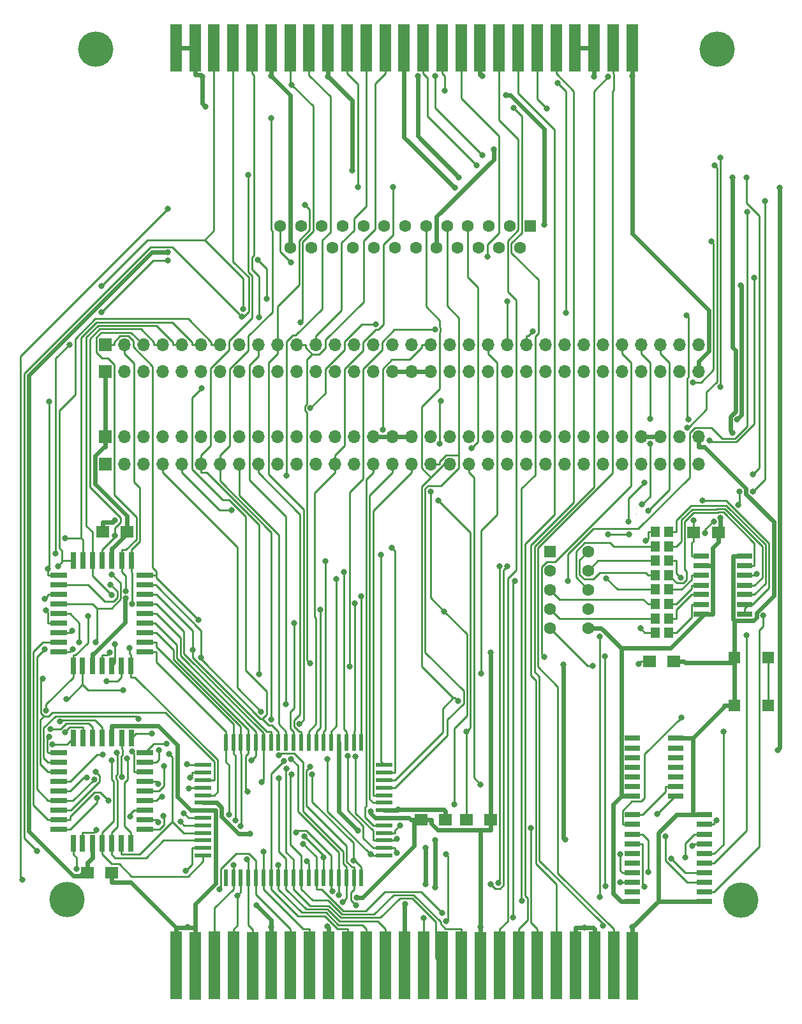
<source format=gbr>
%TF.GenerationSoftware,KiCad,Pcbnew,(6.0.2)*%
%TF.CreationDate,2022-10-27T18:33:53-05:00*%
%TF.ProjectId,REF1329_Breakout,52454631-3332-4395-9f42-7265616b6f75,rev?*%
%TF.SameCoordinates,Original*%
%TF.FileFunction,Copper,L1,Top*%
%TF.FilePolarity,Positive*%
%FSLAX46Y46*%
G04 Gerber Fmt 4.6, Leading zero omitted, Abs format (unit mm)*
G04 Created by KiCad (PCBNEW (6.0.2)) date 2022-10-27 18:33:53*
%MOMM*%
%LPD*%
G01*
G04 APERTURE LIST*
%TA.AperFunction,NonConductor*%
%ADD10C,0.000001*%
%TD*%
%TA.AperFunction,SMDPad,CuDef*%
%ADD11R,1.310000X1.390000*%
%TD*%
%TA.AperFunction,SMDPad,CuDef*%
%ADD12R,1.530000X6.250000*%
%TD*%
%TA.AperFunction,ComponentPad*%
%ADD13R,1.700000X1.700000*%
%TD*%
%TA.AperFunction,ComponentPad*%
%ADD14O,1.700000X1.700000*%
%TD*%
%TA.AperFunction,SMDPad,CuDef*%
%ADD15R,1.710000X1.630000*%
%TD*%
%TA.AperFunction,ComponentPad*%
%ADD16R,1.590000X1.590000*%
%TD*%
%TA.AperFunction,ComponentPad*%
%ADD17C,4.680000*%
%TD*%
%TA.AperFunction,ComponentPad*%
%ADD18R,1.600000X1.600000*%
%TD*%
%TA.AperFunction,ComponentPad*%
%ADD19C,1.600000*%
%TD*%
%TA.AperFunction,SMDPad,CuDef*%
%ADD20R,1.700000X1.630000*%
%TD*%
%TA.AperFunction,SMDPad,CuDef*%
%ADD21R,0.700000X2.270000*%
%TD*%
%TA.AperFunction,SMDPad,CuDef*%
%ADD22R,2.270000X0.700000*%
%TD*%
%TA.AperFunction,SMDPad,CuDef*%
%ADD23R,2.000000X0.700000*%
%TD*%
%TA.AperFunction,SMDPad,CuDef*%
%ADD24R,1.530000X9.000000*%
%TD*%
%TA.AperFunction,SMDPad,CuDef*%
%ADD25R,0.600000X2.250000*%
%TD*%
%TA.AperFunction,SMDPad,CuDef*%
%ADD26R,2.250000X0.600000*%
%TD*%
%TA.AperFunction,ViaPad*%
%ADD27C,0.800000*%
%TD*%
%TA.AperFunction,Conductor*%
%ADD28C,0.250000*%
%TD*%
%TA.AperFunction,Conductor*%
%ADD29C,0.600000*%
%TD*%
G04 APERTURE END LIST*
D10*
X177066600Y-89842100D02*
G75*
G03*
X177066600Y-89842100I0J0D01*
G01*
X177061600Y-90613100D02*
G75*
G03*
X177061600Y-90613100I0J0D01*
G01*
X177068600Y-88089100D02*
G75*
G03*
X177068600Y-88089100I0J0D01*
G01*
D11*
%TO.P,R5,1*%
%TO.N,/C*%
X179589900Y-94934400D03*
%TO.P,R5,2*%
%TO.N,/Q1*%
X181375900Y-94935400D03*
%TD*%
D12*
%TO.P,J2,1,Pin_1*%
%TO.N,/GND*%
X115983400Y-28780400D03*
%TO.P,J2,2,Pin_2*%
X118501400Y-28780400D03*
%TO.P,J2,3,Pin_3*%
%TO.N,/AD15*%
X121026400Y-28780400D03*
%TO.P,J2,4,Pin_4*%
%TO.N,/AD14*%
X123553400Y-28780400D03*
%TO.P,J2,5,Pin_5*%
%TO.N,/AD13*%
X126072400Y-28780400D03*
%TO.P,J2,6,Pin_6*%
%TO.N,/GND*%
X128591400Y-28780400D03*
%TO.P,J2,7,Pin_7*%
%TO.N,/AD12*%
X131114400Y-28780400D03*
%TO.P,J2,8,Pin_8*%
%TO.N,/{slash}write*%
X133633400Y-28780400D03*
%TO.P,J2,9,Pin_9*%
%TO.N,/VCC*%
X136152400Y-28780400D03*
%TO.P,J2,10,Pin_10*%
%TO.N,/{slash}read_top*%
X138680400Y-28780400D03*
%TO.P,J2,11,Pin_11*%
%TO.N,/AD11*%
X141205400Y-28780400D03*
%TO.P,J2,12,Pin_12*%
%TO.N,/AD10*%
X143726400Y-28780400D03*
%TO.P,J2,13,Pin_13*%
%TO.N,/12V_Front*%
X146250400Y-28780400D03*
%TO.P,J2,14,Pin_14*%
%TO.N,/UNUSED_Front*%
X148770400Y-28780400D03*
%TO.P,J2,15,Pin_15*%
%TO.N,/AD9*%
X151290400Y-28780400D03*
%TO.P,J2,16,Pin_16*%
%TO.N,/AD8*%
X153809400Y-28780400D03*
%TO.P,J2,17,Pin_17*%
%TO.N,/VCC*%
X156327400Y-28780400D03*
%TO.P,J2,18,Pin_18*%
%TO.N,/CIC_DATA1*%
X158851400Y-28780400D03*
%TO.P,J2,19,Pin_19*%
%TO.N,/1.6MHZ*%
X161377400Y-28780400D03*
%TO.P,J2,20,Pin_20*%
%TO.N,/{slash}COLD_RESET*%
X163895400Y-28780400D03*
%TO.P,J2,21,Pin_21*%
%TO.N,/S_DAT*%
X166415400Y-28780400D03*
%TO.P,J2,22,Pin_22*%
%TO.N,/GND*%
X168934400Y-28780400D03*
%TO.P,J2,23,Pin_23*%
X171464400Y-28780400D03*
%TO.P,J2,24,Pin_24*%
%TO.N,/LAUDIO*%
X173990400Y-28780400D03*
%TO.P,J2,25,Pin_25*%
%TO.N,/GND*%
X176509400Y-28780400D03*
%TD*%
D13*
%TO.P,J7,1,Pin_1*%
%TO.N,/A16*%
X106570700Y-83977000D03*
D14*
%TO.P,J7,2,Pin_2*%
%TO.N,/A17*%
X109110700Y-83977000D03*
%TO.P,J7,3,Pin_3*%
%TO.N,/A18*%
X111650700Y-83977000D03*
%TO.P,J7,4,Pin_4*%
%TO.N,/{slash}read_bottom*%
X114190700Y-83977000D03*
%TO.P,J7,5,Pin_5*%
%TO.N,/{slash}write*%
X116730700Y-83977000D03*
%TO.P,J7,6,Pin_6*%
%TO.N,/ALE_H*%
X119270700Y-83977000D03*
%TO.P,J7,7,Pin_7*%
%TO.N,/ALE_L*%
X121810700Y-83977000D03*
%TO.P,J7,8,Pin_8*%
%TO.N,/Chip_Enable*%
X124350700Y-83977000D03*
%TO.P,J7,9,Pin_9*%
%TO.N,/Output_Enable*%
X126890700Y-83977000D03*
%TO.P,J7,10,Pin_10*%
%TO.N,/PIC.GP4*%
X129430700Y-83977000D03*
%TO.P,J7,11,Pin_11*%
%TO.N,/PIC.GP5*%
X131970700Y-83977000D03*
%TO.P,J7,12,Pin_12*%
%TO.N,/Button*%
X134510700Y-83977000D03*
%TO.P,J7,13,Pin_13*%
%TO.N,/{slash}read_top*%
X137050700Y-83977000D03*
%TO.P,J7,14,Pin_14*%
%TO.N,/{slash}COLD_RESET*%
X139590700Y-83977000D03*
%TO.P,J7,15,Pin_15*%
%TO.N,/PPort_2*%
X142130700Y-83977000D03*
%TO.P,J7,16,Pin_16*%
%TO.N,/PPort_3*%
X144670700Y-83977000D03*
%TO.P,J7,17,Pin_17*%
%TO.N,/PPort_4*%
X147210700Y-83977000D03*
%TO.P,J7,18,Pin_18*%
%TO.N,/PPort_5*%
X149750700Y-83977000D03*
%TO.P,J7,19,Pin_19*%
%TO.N,/PPort_6*%
X152290700Y-83977000D03*
%TO.P,J7,20,Pin_20*%
%TO.N,/74HC04*%
X154830700Y-83977000D03*
%TO.P,J7,21,Pin_21*%
%TO.N,/74HC164_DSA_DSB*%
X157370700Y-83977000D03*
%TO.P,J7,22,Pin_22*%
%TO.N,/74HC164_CP*%
X159910700Y-83977000D03*
%TO.P,J7,23,Pin_23*%
%TO.N,/Pin_1*%
X162450700Y-83977000D03*
%TO.P,J7,24,Pin_24*%
%TO.N,/Pin_33*%
X164990700Y-83977000D03*
%TO.P,J7,25,Pin_25*%
%TO.N,/Pin_34*%
X167530700Y-83977000D03*
%TO.P,J7,26,Pin_26*%
%TO.N,/Pin_39*%
X170070700Y-83977000D03*
%TO.P,J7,27,Pin_27*%
%TO.N,/Pin_42*%
X172610700Y-83977000D03*
%TO.P,J7,28,Pin_28*%
%TO.N,unconnected-(J7-Pad28)*%
X175150700Y-83977000D03*
%TO.P,J7,29,Pin_29*%
%TO.N,unconnected-(J7-Pad29)*%
X177690700Y-83977000D03*
%TO.P,J7,30,Pin_30*%
%TO.N,unconnected-(J7-Pad30)*%
X180230700Y-83977000D03*
%TO.P,J7,31,Pin_31*%
%TO.N,unconnected-(J7-Pad31)*%
X182770700Y-83977000D03*
%TO.P,J7,32,Pin_32*%
%TO.N,unconnected-(J7-Pad32)*%
X185310700Y-83977000D03*
%TD*%
D15*
%TO.P,R1,1*%
%TO.N,/Button*%
X154524400Y-131165300D03*
%TO.P,R1,2*%
%TO.N,/VCC*%
X157751400Y-131172300D03*
%TD*%
D11*
%TO.P,R4,1*%
%TO.N,/DP*%
X179589900Y-93029400D03*
%TO.P,R4,2*%
%TO.N,/Q0*%
X181375900Y-93030400D03*
%TD*%
D16*
%TO.P,SW1,1,1*%
%TO.N,/GND*%
X190043900Y-116045900D03*
X190083900Y-109695900D03*
%TO.P,SW1,2,2*%
%TO.N,/Button*%
X194529900Y-116048900D03*
X194568900Y-109696900D03*
%TD*%
D17*
%TO.P,Hole1,1*%
%TO.N,N/C*%
X105352400Y-28947400D03*
%TD*%
D11*
%TO.P,R8,1*%
%TO.N,/F*%
X179589900Y-100646400D03*
%TO.P,R8,2*%
%TO.N,/Q4*%
X181375900Y-100647400D03*
%TD*%
D17*
%TO.P,Hole2,1*%
%TO.N,N/C*%
X101501400Y-141759400D03*
%TD*%
D18*
%TO.P,U3,1,CA*%
%TO.N,/VCC*%
X165596900Y-95580900D03*
D19*
%TO.P,U3,2,F*%
%TO.N,/F*%
X165596900Y-98120900D03*
%TO.P,U3,3,G*%
%TO.N,/G*%
X165596900Y-100660900D03*
%TO.P,U3,4,E*%
%TO.N,/E*%
X165596900Y-103200900D03*
%TO.P,U3,5,D*%
%TO.N,/D*%
X165596900Y-105740900D03*
%TO.P,U3,6,CA*%
%TO.N,/VCC*%
X170676900Y-105740900D03*
%TO.P,U3,7,DP*%
%TO.N,/DP*%
X170676900Y-103200900D03*
%TO.P,U3,8,C*%
%TO.N,/C*%
X170676900Y-100660900D03*
%TO.P,U3,9,B*%
%TO.N,/B*%
X170676900Y-98120900D03*
%TO.P,U3,10,A*%
%TO.N,/A*%
X170676900Y-95580900D03*
%TD*%
D20*
%TO.P,C3,1*%
%TO.N,/VCC*%
X148535800Y-131169500D03*
%TO.P,C3,2*%
%TO.N,/GND*%
X151753800Y-131169500D03*
%TD*%
D21*
%TO.P,U2,1,A18*%
%TO.N,/A18*%
X106167900Y-134327400D03*
%TO.P,U2,2,A16*%
%TO.N,/A16*%
X107436900Y-134326400D03*
%TO.P,U2,3,A15*%
%TO.N,/A15*%
X108746900Y-134325400D03*
%TO.P,U2,4,A12*%
%TO.N,/A12*%
X110016900Y-134325400D03*
D22*
%TO.P,U2,5,A7*%
%TO.N,/A7*%
X111879900Y-132420400D03*
%TO.P,U2,6,A6*%
%TO.N,/A6*%
X111882900Y-131190400D03*
%TO.P,U2,7,A5*%
%TO.N,/A5*%
X111880900Y-129883400D03*
%TO.P,U2,8,A4*%
%TO.N,/A4*%
X111881900Y-128612400D03*
%TO.P,U2,9,A3*%
%TO.N,/A3*%
X111883900Y-127380400D03*
%TO.P,U2,10,A2*%
%TO.N,/A2*%
X111880900Y-126069400D03*
%TO.P,U2,11,A1*%
%TO.N,/A1*%
X111881900Y-124801400D03*
%TO.P,U2,12,A0*%
%TO.N,/A0*%
X111881900Y-123530400D03*
%TO.P,U2,13,Ad8*%
%TO.N,/AD8*%
X111881900Y-122262400D03*
D21*
%TO.P,U2,14,Ad9*%
%TO.N,/AD9*%
X110056900Y-120356400D03*
%TO.P,U2,15,Ad10*%
%TO.N,/AD10*%
X108786900Y-120357400D03*
%TO.P,U2,16,GND*%
%TO.N,/GND*%
X107476900Y-120355400D03*
%TO.P,U2,17,Ad11*%
%TO.N,/AD11*%
X106205900Y-120353400D03*
%TO.P,U2,18,Ad12*%
%TO.N,/AD12*%
X104894900Y-120356400D03*
%TO.P,U2,19,Ad13*%
%TO.N,/AD13*%
X103628900Y-120353400D03*
%TO.P,U2,20,Ad14*%
%TO.N,/AD14*%
X102397900Y-120355400D03*
D22*
%TO.P,U2,21,Ad15*%
%TO.N,/AD15*%
X100451900Y-122261400D03*
%TO.P,U2,22,CE#*%
%TO.N,/Chip_Enable*%
X100451900Y-123533400D03*
%TO.P,U2,23,A10*%
%TO.N,/A10*%
X100450900Y-124801400D03*
%TO.P,U2,24,OE#*%
%TO.N,/Output_Enable*%
X100451900Y-126072400D03*
%TO.P,U2,25,A11*%
%TO.N,/A11*%
X100452900Y-127379400D03*
%TO.P,U2,26,A9*%
%TO.N,/A9*%
X100451900Y-128611400D03*
%TO.P,U2,27,A8*%
%TO.N,/A8*%
X100454900Y-129880400D03*
%TO.P,U2,28,A13*%
%TO.N,/A13*%
X100451900Y-131192400D03*
%TO.P,U2,29,A14*%
%TO.N,/A14*%
X100450900Y-132423400D03*
D21*
%TO.P,U2,30,A17*%
%TO.N,/A17*%
X102355900Y-134327400D03*
%TO.P,U2,31,WE#*%
%TO.N,/{slash}write*%
X103586900Y-134324400D03*
%TO.P,U2,32,VCC*%
%TO.N,/VCC*%
X104857900Y-134325400D03*
%TD*%
D11*
%TO.P,R7,1*%
%TO.N,/A*%
X179589900Y-98743400D03*
%TO.P,R7,2*%
%TO.N,/Q3*%
X181375900Y-98744400D03*
%TD*%
D13*
%TO.P,J9,1,Pin_1*%
%TO.N,/GND*%
X106577700Y-80375000D03*
D14*
%TO.P,J9,2,Pin_2*%
X109117700Y-80375000D03*
%TO.P,J9,3,Pin_3*%
X111657700Y-80375000D03*
%TO.P,J9,4,Pin_4*%
X114197700Y-80375000D03*
%TO.P,J9,5,Pin_5*%
X116737700Y-80375000D03*
%TO.P,J9,6,Pin_6*%
X119277700Y-80375000D03*
%TO.P,J9,7,Pin_7*%
X121817700Y-80375000D03*
%TO.P,J9,8,Pin_8*%
X124357700Y-80375000D03*
%TO.P,J9,9,Pin_9*%
X126897700Y-80375000D03*
%TO.P,J9,10,Pin_10*%
X129437700Y-80375000D03*
%TO.P,J9,11,Pin_11*%
X131977700Y-80375000D03*
%TO.P,J9,12,Pin_12*%
X134517700Y-80375000D03*
%TO.P,J9,13,Pin_13*%
X137057700Y-80375000D03*
%TO.P,J9,14,Pin_14*%
X139597700Y-80375000D03*
%TO.P,J9,15,Pin_15*%
X142137700Y-80375000D03*
%TO.P,J9,16,Pin_16*%
X144677700Y-80375000D03*
%TO.P,J9,17,Pin_17*%
X147217700Y-80375000D03*
%TO.P,J9,18,Pin_18*%
X149757700Y-80375000D03*
%TO.P,J9,19,Pin_19*%
X152297700Y-80375000D03*
%TO.P,J9,20,Pin_20*%
X154837700Y-80375000D03*
%TO.P,J9,21,Pin_21*%
X157377700Y-80375000D03*
%TO.P,J9,22,Pin_22*%
X159917700Y-80375000D03*
%TO.P,J9,23,Pin_23*%
X162457700Y-80375000D03*
%TO.P,J9,24,Pin_24*%
X164997700Y-80375000D03*
%TO.P,J9,25,Pin_25*%
X167537700Y-80375000D03*
%TO.P,J9,26,Pin_26*%
X170077700Y-80375000D03*
%TO.P,J9,27,Pin_27*%
X172617700Y-80375000D03*
%TO.P,J9,28,Pin_28*%
X175157700Y-80375000D03*
%TO.P,J9,29,Pin_29*%
X177697700Y-80375000D03*
%TO.P,J9,30,Pin_30*%
X180237700Y-80375000D03*
%TO.P,J9,31,Pin_31*%
X182777700Y-80375000D03*
%TO.P,J9,32,Pin_32*%
X185317700Y-80375000D03*
%TD*%
D23*
%TO.P,U5,1*%
%TO.N,/74HC04*%
X182270400Y-128054400D03*
%TO.P,U5,2*%
%TO.N,/74HC04-374*%
X182269400Y-126787400D03*
%TO.P,U5,3*%
%TO.N,N/C*%
X182275400Y-125473400D03*
%TO.P,U5,4*%
X182268400Y-124247400D03*
%TO.P,U5,5*%
X182268400Y-122936400D03*
%TO.P,U5,6*%
X182269400Y-121664400D03*
%TO.P,U5,7,GND*%
%TO.N,/GND*%
X182267400Y-120354400D03*
%TO.P,U5,8*%
%TO.N,N/C*%
X176554400Y-120352400D03*
%TO.P,U5,9*%
X176554400Y-121663400D03*
%TO.P,U5,10*%
X176556400Y-122933400D03*
%TO.P,U5,11*%
X176552400Y-124245400D03*
%TO.P,U5,12*%
X176553400Y-125471400D03*
%TO.P,U5,13*%
X176554400Y-126779400D03*
%TO.P,U5,14,VCC*%
%TO.N,/VCC*%
X176554400Y-128051400D03*
%TD*%
D13*
%TO.P,J6,1,Pin_1*%
%TO.N,/AD0*%
X106575700Y-68175000D03*
D14*
%TO.P,J6,2,Pin_2*%
%TO.N,/AD1*%
X109115700Y-68175000D03*
%TO.P,J6,3,Pin_3*%
%TO.N,/AD2*%
X111655700Y-68175000D03*
%TO.P,J6,4,Pin_4*%
%TO.N,/AD3*%
X114195700Y-68175000D03*
%TO.P,J6,5,Pin_5*%
%TO.N,/AD4*%
X116735700Y-68175000D03*
%TO.P,J6,6,Pin_6*%
%TO.N,/AD5*%
X119275700Y-68175000D03*
%TO.P,J6,7,Pin_7*%
%TO.N,/AD6*%
X121815700Y-68175000D03*
%TO.P,J6,8,Pin_8*%
%TO.N,/AD7*%
X124355700Y-68175000D03*
%TO.P,J6,9,Pin_9*%
%TO.N,/AD8*%
X126895700Y-68175000D03*
%TO.P,J6,10,Pin_10*%
%TO.N,/AD9*%
X129435700Y-68175000D03*
%TO.P,J6,11,Pin_11*%
%TO.N,/AD10*%
X131975700Y-68175000D03*
%TO.P,J6,12,Pin_12*%
%TO.N,/AD11*%
X134515700Y-68175000D03*
%TO.P,J6,13,Pin_13*%
%TO.N,/AD12*%
X137055700Y-68175000D03*
%TO.P,J6,14,Pin_14*%
%TO.N,/AD13*%
X139595700Y-68175000D03*
%TO.P,J6,15,Pin_15*%
%TO.N,/AD14*%
X142135700Y-68175000D03*
%TO.P,J6,16,Pin_16*%
%TO.N,/AD15*%
X144675700Y-68175000D03*
%TO.P,J6,17,Pin_17*%
%TO.N,/A0*%
X147215700Y-68175000D03*
%TO.P,J6,18,Pin_18*%
%TO.N,/A1*%
X149755700Y-68175000D03*
%TO.P,J6,19,Pin_19*%
%TO.N,/A2*%
X152295700Y-68175000D03*
%TO.P,J6,20,Pin_20*%
%TO.N,/A3*%
X154835700Y-68175000D03*
%TO.P,J6,21,Pin_21*%
%TO.N,/A4*%
X157375700Y-68175000D03*
%TO.P,J6,22,Pin_22*%
%TO.N,/A5*%
X159915700Y-68175000D03*
%TO.P,J6,23,Pin_23*%
%TO.N,/A6*%
X162455700Y-68175000D03*
%TO.P,J6,24,Pin_24*%
%TO.N,/A7*%
X164995700Y-68175000D03*
%TO.P,J6,25,Pin_25*%
%TO.N,/A8*%
X167535700Y-68175000D03*
%TO.P,J6,26,Pin_26*%
%TO.N,/A9*%
X170075700Y-68175000D03*
%TO.P,J6,27,Pin_27*%
%TO.N,/A10*%
X172615700Y-68175000D03*
%TO.P,J6,28,Pin_28*%
%TO.N,/A11*%
X175155700Y-68175000D03*
%TO.P,J6,29,Pin_29*%
%TO.N,/A12*%
X177695700Y-68175000D03*
%TO.P,J6,30,Pin_30*%
%TO.N,/A13*%
X180235700Y-68175000D03*
%TO.P,J6,31,Pin_31*%
%TO.N,/A14*%
X182775700Y-68175000D03*
%TO.P,J6,32,Pin_32*%
%TO.N,/A15*%
X185315700Y-68175000D03*
%TD*%
D24*
%TO.P,J4,1,Pin_1*%
%TO.N,/GND*%
X116029400Y-150518400D03*
%TO.P,J4,2,Pin_2*%
X118547400Y-150532400D03*
%TO.P,J4,3,Pin_3*%
%TO.N,/AD15*%
X121072400Y-150520400D03*
%TO.P,J4,4,Pin_4*%
%TO.N,/AD14*%
X123599400Y-150514400D03*
%TO.P,J4,5,Pin_5*%
%TO.N,/AD13*%
X126118400Y-150528400D03*
%TO.P,J4,6,Pin_6*%
%TO.N,/GND*%
X128637400Y-150514400D03*
%TO.P,J4,7,Pin_7*%
%TO.N,/AD12*%
X131160400Y-150503400D03*
%TO.P,J4,8,Pin_8*%
%TO.N,/{slash}write*%
X133679400Y-150489400D03*
%TO.P,J4,9,Pin_9*%
%TO.N,/VCC*%
X136198400Y-150517400D03*
%TO.P,J4,10,Pin_10*%
%TO.N,/{slash}read_bottom*%
X138726400Y-150517400D03*
%TO.P,J4,11,Pin_11*%
%TO.N,/AD11*%
X141251400Y-150508400D03*
%TO.P,J4,12,Pin_12*%
%TO.N,/AD10*%
X143772400Y-150500400D03*
%TO.P,J4,13,Pin_13*%
%TO.N,/12V_Front*%
X146296400Y-150484400D03*
%TO.P,J4,14,Pin_14*%
%TO.N,/UNUSED_Front*%
X148816400Y-150457400D03*
%TO.P,J4,15,Pin_15*%
%TO.N,/AD9*%
X151336400Y-150469400D03*
%TO.P,J4,16,Pin_16*%
%TO.N,/AD8*%
X153855400Y-150455400D03*
%TO.P,J4,17,Pin_17*%
%TO.N,/VCC*%
X156373400Y-150521400D03*
%TO.P,J4,18,Pin_18*%
%TO.N,/CIC_DATA1*%
X158897400Y-150515400D03*
%TO.P,J4,19,Pin_19*%
%TO.N,/1.6MHZ*%
X161423400Y-150505400D03*
%TO.P,J4,20,Pin_20*%
%TO.N,/{slash}COLD_RESET*%
X163941400Y-150501400D03*
%TO.P,J4,21,Pin_21*%
%TO.N,/S_DAT*%
X166461400Y-150486400D03*
%TO.P,J4,22,Pin_22*%
%TO.N,/GND*%
X168980400Y-150486400D03*
%TO.P,J4,23,Pin_23*%
X171510400Y-150470400D03*
%TO.P,J4,24,Pin_24*%
%TO.N,/LAUDIO*%
X174036400Y-150469400D03*
%TO.P,J4,25,Pin_25*%
%TO.N,/GND*%
X176555400Y-150528400D03*
%TD*%
D20*
%TO.P,C1,1*%
%TO.N,/VCC*%
X106263800Y-93031500D03*
%TO.P,C1,2*%
%TO.N,/GND*%
X109481800Y-93031500D03*
%TD*%
D11*
%TO.P,R10,1*%
%TO.N,/E*%
X179589900Y-104496400D03*
%TO.P,R10,2*%
%TO.N,/Q6*%
X181375900Y-104497400D03*
%TD*%
D17*
%TO.P,Hole3,1*%
%TO.N,N/C*%
X187783400Y-28986400D03*
%TD*%
D23*
%TO.P,U6,1,OE*%
%TO.N,/GND*%
X186081400Y-142006400D03*
%TO.P,U6,2,O0*%
%TO.N,/PPort_13*%
X186078400Y-140736400D03*
%TO.P,U6,3,D0*%
%TO.N,/AD0*%
X186078400Y-139466400D03*
%TO.P,U6,4,D1*%
%TO.N,/AD1*%
X186078400Y-138236400D03*
%TO.P,U6,5,O1*%
%TO.N,/PPort_12*%
X186079400Y-136927400D03*
%TO.P,U6,6,O2*%
%TO.N,/PPort_10*%
X186079400Y-135654400D03*
%TO.P,U6,7,D2*%
%TO.N,/AD2*%
X186077400Y-134385400D03*
%TO.P,U6,8,D3*%
%TO.N,/AD3*%
X186079400Y-133115400D03*
%TO.P,U6,9,O3*%
%TO.N,/PPort_11*%
X186078400Y-131804400D03*
%TO.P,U6,10,GND*%
%TO.N,/GND*%
X186078400Y-130536400D03*
%TO.P,U6,11,Cp*%
%TO.N,/74HC04-374*%
X176554400Y-130533400D03*
%TO.P,U6,12,O4*%
%TO.N,/PPort_15*%
X176552400Y-131806400D03*
%TO.P,U6,13,D4*%
%TO.N,/AD4*%
X176554400Y-133114400D03*
%TO.P,U6,14,D5*%
%TO.N,/AD5*%
X176552400Y-134386400D03*
%TO.P,U6,15,O5*%
%TO.N,unconnected-(U6-Pad15)*%
X176555400Y-135655400D03*
%TO.P,U6,16,O6*%
%TO.N,unconnected-(U6-Pad16)*%
X176552400Y-136923400D03*
%TO.P,U6,17,D6*%
%TO.N,/AD6*%
X176554400Y-138235400D03*
%TO.P,U6,18,D7*%
%TO.N,/AD7*%
X176556400Y-139465400D03*
%TO.P,U6,19,O7*%
%TO.N,unconnected-(U6-Pad19)*%
X176553400Y-140734400D03*
%TO.P,U6,20,VCC*%
%TO.N,/VCC*%
X176553400Y-142003400D03*
%TD*%
D15*
%TO.P,R2,1*%
%TO.N,/74HC164_CP*%
X184690400Y-93064300D03*
%TO.P,R2,2*%
%TO.N,/VCC*%
X187917400Y-93071300D03*
%TD*%
D17*
%TO.P,Hole4,1*%
%TO.N,N/C*%
X190958400Y-141804400D03*
%TD*%
D21*
%TO.P,U1,1,A18*%
%TO.N,/A18*%
X106167900Y-110799400D03*
%TO.P,U1,2,A16*%
%TO.N,/A16*%
X107436900Y-110798400D03*
%TO.P,U1,3,A15*%
%TO.N,/A15*%
X108746900Y-110797400D03*
%TO.P,U1,4,A12*%
%TO.N,/A12*%
X110016900Y-110797400D03*
D22*
%TO.P,U1,5,A7*%
%TO.N,/A7*%
X111879900Y-108892400D03*
%TO.P,U1,6,A6*%
%TO.N,/A6*%
X111882900Y-107662400D03*
%TO.P,U1,7,A5*%
%TO.N,/A5*%
X111880900Y-106355400D03*
%TO.P,U1,8,A4*%
%TO.N,/A4*%
X111881900Y-105084400D03*
%TO.P,U1,9,A3*%
%TO.N,/A3*%
X111883900Y-103852400D03*
%TO.P,U1,10,A2*%
%TO.N,/A2*%
X111880900Y-102541400D03*
%TO.P,U1,11,A1*%
%TO.N,/A1*%
X111881900Y-101273400D03*
%TO.P,U1,12,A0*%
%TO.N,/A0*%
X111881900Y-100002400D03*
%TO.P,U1,13,Ad0*%
%TO.N,/AD0*%
X111881900Y-98734400D03*
D21*
%TO.P,U1,14,Ad1*%
%TO.N,/AD1*%
X110056900Y-96828400D03*
%TO.P,U1,15,Ad2*%
%TO.N,/AD2*%
X108786900Y-96829400D03*
%TO.P,U1,16,GND*%
%TO.N,/GND*%
X107476900Y-96827400D03*
%TO.P,U1,17,Ad3*%
%TO.N,/AD3*%
X106205900Y-96825400D03*
%TO.P,U1,18,Ad4*%
%TO.N,/AD4*%
X104894900Y-96828400D03*
%TO.P,U1,19,Ad5*%
%TO.N,/AD5*%
X103628900Y-96825400D03*
%TO.P,U1,20,Ad6*%
%TO.N,/AD6*%
X102397900Y-96827400D03*
D22*
%TO.P,U1,21,Ad7*%
%TO.N,/AD7*%
X100451900Y-98733400D03*
%TO.P,U1,22,CE#*%
%TO.N,/Chip_Enable*%
X100451900Y-100005400D03*
%TO.P,U1,23,A10*%
%TO.N,/A10*%
X100450900Y-101273400D03*
%TO.P,U1,24,OE#*%
%TO.N,/Output_Enable*%
X100451900Y-102544400D03*
%TO.P,U1,25,A11*%
%TO.N,/A11*%
X100452900Y-103851400D03*
%TO.P,U1,26,A9*%
%TO.N,/A9*%
X100451900Y-105083400D03*
%TO.P,U1,27,A8*%
%TO.N,/A8*%
X100454900Y-106352400D03*
%TO.P,U1,28,A13*%
%TO.N,/A13*%
X100451900Y-107664400D03*
%TO.P,U1,29,A14*%
%TO.N,/A14*%
X100450900Y-108895400D03*
D21*
%TO.P,U1,30,A17*%
%TO.N,/A17*%
X102355900Y-110799400D03*
%TO.P,U1,31,WE#*%
%TO.N,/{slash}write*%
X103586900Y-110796400D03*
%TO.P,U1,32,VCC*%
%TO.N,/VCC*%
X104857900Y-110797400D03*
%TD*%
D11*
%TO.P,R11,1*%
%TO.N,/D*%
X179589900Y-106367400D03*
%TO.P,R11,2*%
%TO.N,/Q7*%
X181375900Y-106368400D03*
%TD*%
D15*
%TO.P,R3,1*%
%TO.N,/PPort_6*%
X178845400Y-110208300D03*
%TO.P,R3,2*%
%TO.N,/GND*%
X182072400Y-110215300D03*
%TD*%
D25*
%TO.P,U7,1,I/O*%
%TO.N,unconnected-(U7-Pad1)*%
X122579400Y-138916400D03*
%TO.P,U7,2,I/O*%
%TO.N,/AD15*%
X123579400Y-138916400D03*
%TO.P,U7,3,I/O*%
%TO.N,/AD14*%
X124579400Y-138916400D03*
%TO.P,U7,4,I/O*%
%TO.N,/AD13*%
X125579400Y-138916400D03*
%TO.P,U7,5,I/O*%
%TO.N,/AD12*%
X126579400Y-138916400D03*
%TO.P,U7,6,I/O*%
%TO.N,/{slash}write*%
X127579400Y-138916400D03*
%TO.P,U7,7,I/O*%
%TO.N,/{slash}read_bottom*%
X128579400Y-138916400D03*
%TO.P,U7,8,I/O*%
%TO.N,/AD11*%
X129579400Y-138916400D03*
%TO.P,U7,9,I/O*%
%TO.N,/AD10*%
X130579400Y-138916400D03*
%TO.P,U7,10,I/O*%
%TO.N,/AD9*%
X131579400Y-138916400D03*
%TO.P,U7,11,I/O*%
%TO.N,/AD8*%
X132579400Y-138916400D03*
%TO.P,U7,12,I/O*%
%TO.N,/{slash}COLD_RESET*%
X133579400Y-138916400D03*
%TO.P,U7,13,I/O*%
%TO.N,/AD7*%
X134579400Y-138916400D03*
%TO.P,U7,14,I/O*%
%TO.N,/AD6*%
X135579400Y-138916400D03*
%TO.P,U7,15,I/O*%
%TO.N,/AD5*%
X136579400Y-138916400D03*
%TO.P,U7,16,I/O*%
%TO.N,/AD4*%
X137579400Y-138916400D03*
%TO.P,U7,17,I/O*%
%TO.N,/ALE_L*%
X138579400Y-138916400D03*
%TO.P,U7,18,I/O*%
%TO.N,/ALE_H*%
X139579400Y-138916400D03*
%TO.P,U7,19,I/O*%
%TO.N,/AD3*%
X140579400Y-138916400D03*
D26*
%TO.P,U7,20,I/O*%
%TO.N,/AD2*%
X143579400Y-135916400D03*
%TO.P,U7,21,I/O*%
%TO.N,/AD1*%
X143579400Y-134916400D03*
%TO.P,U7,22,I/O*%
%TO.N,/AD0*%
X143579400Y-133916400D03*
%TO.P,U7,23,I/O*%
%TO.N,/Button*%
X143579400Y-132916400D03*
%TO.P,U7,24,I/O*%
%TO.N,/PPort_2*%
X143579400Y-131916400D03*
%TO.P,U7,25,VCC*%
%TO.N,/VCC*%
X143579400Y-130916400D03*
%TO.P,U7,26,GND*%
%TO.N,/GND*%
X143579400Y-129916400D03*
%TO.P,U7,27,I/O*%
%TO.N,/PPort_3*%
X143579400Y-128916400D03*
%TO.P,U7,28,I/O*%
%TO.N,/PPort_4*%
X143579400Y-127916400D03*
%TO.P,U7,29,I/O*%
%TO.N,/PPort_5*%
X143579400Y-126916400D03*
%TO.P,U7,30,I/O*%
%TO.N,/PPort_6*%
X143579400Y-125916400D03*
%TO.P,U7,31,I/O*%
%TO.N,/PIC.GP4*%
X143579400Y-124916400D03*
%TO.P,U7,32,I/O*%
%TO.N,/PIC.GP5*%
X143579400Y-123916400D03*
D25*
%TO.P,U7,33,I/O*%
%TO.N,/Pin_33*%
X140579400Y-120916400D03*
%TO.P,U7,34,I/O*%
%TO.N,/Pin_34*%
X139579400Y-120916400D03*
%TO.P,U7,35,I/O*%
%TO.N,/74HC164_DSA_DSB*%
X138579400Y-120916400D03*
%TO.P,U7,36,I/O*%
%TO.N,/GND*%
X137579400Y-120916400D03*
%TO.P,U7,37,I/O*%
%TO.N,/74HC164_CP*%
X136579400Y-120916400D03*
%TO.P,U7,38,I/O*%
%TO.N,/74HC04*%
X135579400Y-120916400D03*
%TO.P,U7,39,I/O*%
%TO.N,/Pin_39*%
X134579400Y-120916400D03*
%TO.P,U7,40,I/O*%
%TO.N,/{slash}read_top*%
X133579400Y-120916400D03*
%TO.P,U7,41,I/O*%
%TO.N,/Output_Enable*%
X132579400Y-120916400D03*
%TO.P,U7,42,I/O*%
%TO.N,/Pin_42*%
X131579400Y-120916400D03*
%TO.P,U7,43,I/O*%
%TO.N,/Chip_Enable*%
X130579400Y-120916400D03*
%TO.P,U7,44,I/O*%
%TO.N,/A0*%
X129579400Y-120916400D03*
%TO.P,U7,45,I/O*%
%TO.N,/A1*%
X128579400Y-120916400D03*
%TO.P,U7,46,I/O*%
%TO.N,/A2*%
X127579400Y-120916400D03*
%TO.P,U7,47,I/O*%
%TO.N,/A3*%
X126579400Y-120916400D03*
%TO.P,U7,48,I/O*%
%TO.N,/A4*%
X125579400Y-120916400D03*
%TO.P,U7,49,I/O*%
%TO.N,/A5*%
X124579400Y-120916400D03*
%TO.P,U7,50,I/O*%
%TO.N,/A6*%
X123579400Y-120916400D03*
%TO.P,U7,51,I/O*%
%TO.N,/A7*%
X122579400Y-120916400D03*
D26*
%TO.P,U7,52,I/O*%
%TO.N,/A8*%
X119579400Y-123916400D03*
%TO.P,U7,53,I/O*%
%TO.N,/A9*%
X119579400Y-124916400D03*
%TO.P,U7,54,I/O*%
%TO.N,/A10*%
X119579400Y-125916400D03*
%TO.P,U7,55,I/O*%
%TO.N,/A11*%
X119579400Y-126916400D03*
%TO.P,U7,56,I/O*%
%TO.N,/A12*%
X119579400Y-127916400D03*
%TO.P,U7,57,VCC*%
%TO.N,/VCC*%
X119579400Y-128916400D03*
%TO.P,U7,58,GND*%
%TO.N,/GND*%
X119579400Y-129916400D03*
%TO.P,U7,59,I/O*%
%TO.N,/A13*%
X119579400Y-130916400D03*
%TO.P,U7,60,I/O*%
%TO.N,/A14*%
X119579400Y-131916400D03*
%TO.P,U7,61,I/O*%
%TO.N,/A15*%
X119579400Y-132916400D03*
%TO.P,U7,62,I/O*%
%TO.N,/A16*%
X119579400Y-133916400D03*
%TO.P,U7,63,I/O*%
%TO.N,/A17*%
X119579400Y-134916400D03*
%TO.P,U7,64,I/O*%
%TO.N,/A18*%
X119579400Y-135916400D03*
%TD*%
D11*
%TO.P,R6,1*%
%TO.N,/B*%
X179589900Y-96835400D03*
%TO.P,R6,2*%
%TO.N,/Q2*%
X181375900Y-96836400D03*
%TD*%
%TO.P,R9,1*%
%TO.N,/G*%
X179589900Y-102553400D03*
%TO.P,R9,2*%
%TO.N,/Q5*%
X181375900Y-102554400D03*
%TD*%
D20*
%TO.P,C2,1*%
%TO.N,/VCC*%
X104241800Y-138188500D03*
%TO.P,C2,2*%
%TO.N,/GND*%
X107459800Y-138188500D03*
%TD*%
D23*
%TO.P,U4,1,DSA*%
%TO.N,/74HC164_DSA_DSB*%
X191406900Y-103900400D03*
%TO.P,U4,2,DSB*%
X191405900Y-102633400D03*
%TO.P,U4,3,Q0*%
%TO.N,/Q0*%
X191411900Y-101319400D03*
%TO.P,U4,4,Q1*%
%TO.N,/Q1*%
X191404900Y-100093400D03*
%TO.P,U4,5,Q2*%
%TO.N,/Q2*%
X191404900Y-98782400D03*
%TO.P,U4,6,Q3*%
%TO.N,/Q3*%
X191405900Y-97510400D03*
%TO.P,U4,7,GND*%
%TO.N,/GND*%
X191403900Y-96200400D03*
%TO.P,U4,8,CP*%
%TO.N,/74HC164_CP*%
X185690900Y-96198400D03*
%TO.P,U4,9,~{MR}*%
%TO.N,/VCC*%
X185690900Y-97509400D03*
%TO.P,U4,10,Q4*%
%TO.N,/Q4*%
X185692900Y-98779400D03*
%TO.P,U4,11,Q5*%
%TO.N,/Q5*%
X185688900Y-100091400D03*
%TO.P,U4,12,Q6*%
%TO.N,/Q6*%
X185689900Y-101317400D03*
%TO.P,U4,13,Q7*%
%TO.N,/Q7*%
X185690900Y-102625400D03*
%TO.P,U4,14,VCC*%
%TO.N,/VCC*%
X185690900Y-103897400D03*
%TD*%
D13*
%TO.P,J8,1,Pin_1*%
%TO.N,/GND*%
X106577700Y-71774000D03*
D14*
%TO.P,J8,2,Pin_2*%
X109117700Y-71774000D03*
%TO.P,J8,3,Pin_3*%
X111657700Y-71774000D03*
%TO.P,J8,4,Pin_4*%
X114197700Y-71774000D03*
%TO.P,J8,5,Pin_5*%
X116737700Y-71774000D03*
%TO.P,J8,6,Pin_6*%
X119277700Y-71774000D03*
%TO.P,J8,7,Pin_7*%
X121817700Y-71774000D03*
%TO.P,J8,8,Pin_8*%
X124357700Y-71774000D03*
%TO.P,J8,9,Pin_9*%
X126897700Y-71774000D03*
%TO.P,J8,10,Pin_10*%
X129437700Y-71774000D03*
%TO.P,J8,11,Pin_11*%
X131977700Y-71774000D03*
%TO.P,J8,12,Pin_12*%
X134517700Y-71774000D03*
%TO.P,J8,13,Pin_13*%
X137057700Y-71774000D03*
%TO.P,J8,14,Pin_14*%
X139597700Y-71774000D03*
%TO.P,J8,15,Pin_15*%
X142137700Y-71774000D03*
%TO.P,J8,16,Pin_16*%
X144677700Y-71774000D03*
%TO.P,J8,17,Pin_17*%
X147217700Y-71774000D03*
%TO.P,J8,18,Pin_18*%
X149757700Y-71774000D03*
%TO.P,J8,19,Pin_19*%
X152297700Y-71774000D03*
%TO.P,J8,20,Pin_20*%
X154837700Y-71774000D03*
%TO.P,J8,21,Pin_21*%
X157377700Y-71774000D03*
%TO.P,J8,22,Pin_22*%
X159917700Y-71774000D03*
%TO.P,J8,23,Pin_23*%
X162457700Y-71774000D03*
%TO.P,J8,24,Pin_24*%
X164997700Y-71774000D03*
%TO.P,J8,25,Pin_25*%
X167537700Y-71774000D03*
%TO.P,J8,26,Pin_26*%
X170077700Y-71774000D03*
%TO.P,J8,27,Pin_27*%
X172617700Y-71774000D03*
%TO.P,J8,28,Pin_28*%
X175157700Y-71774000D03*
%TO.P,J8,29,Pin_29*%
X177697700Y-71774000D03*
%TO.P,J8,30,Pin_30*%
X180237700Y-71774000D03*
%TO.P,J8,31,Pin_31*%
X182777700Y-71774000D03*
%TO.P,J8,32,Pin_32*%
X185317700Y-71774000D03*
%TD*%
D18*
%TO.P,J1,1,1*%
%TO.N,unconnected-(J1-Pad1)*%
X163023400Y-52460100D03*
D19*
%TO.P,J1,2,2*%
%TO.N,/PPort_2*%
X160253400Y-52460100D03*
%TO.P,J1,3,3*%
%TO.N,/PPort_3*%
X157483400Y-52460100D03*
%TO.P,J1,4,4*%
%TO.N,/PPort_4*%
X154713400Y-52460100D03*
%TO.P,J1,5,5*%
%TO.N,/PPort_5*%
X151943400Y-52460100D03*
%TO.P,J1,6,6*%
%TO.N,/PPort_6*%
X149173400Y-52460100D03*
%TO.P,J1,7,7*%
%TO.N,unconnected-(J1-Pad7)*%
X146403400Y-52460100D03*
%TO.P,J1,8,8*%
%TO.N,unconnected-(J1-Pad8)*%
X143633400Y-52460100D03*
%TO.P,J1,9,9*%
%TO.N,unconnected-(J1-Pad9)*%
X140863400Y-52460100D03*
%TO.P,J1,10,10*%
%TO.N,/PPort_10*%
X138093400Y-52460100D03*
%TO.P,J1,11,11*%
%TO.N,/PPort_11*%
X135323400Y-52460100D03*
%TO.P,J1,12,12*%
%TO.N,/PPort_12*%
X132553400Y-52460100D03*
%TO.P,J1,13,13*%
%TO.N,/PPort_13*%
X129783400Y-52460100D03*
%TO.P,J1,14,P14*%
%TO.N,unconnected-(J1-Pad14)*%
X161638400Y-55300100D03*
%TO.P,J1,15,P15*%
%TO.N,/PPort_15*%
X158868400Y-55300100D03*
%TO.P,J1,16,P16*%
%TO.N,unconnected-(J1-Pad16)*%
X156098400Y-55300100D03*
%TO.P,J1,17,P17*%
%TO.N,unconnected-(J1-Pad17)*%
X153328400Y-55300100D03*
%TO.P,J1,18,P18*%
%TO.N,/GND*%
X150558400Y-55300100D03*
%TO.P,J1,19,P19*%
X147788400Y-55300100D03*
%TO.P,J1,20,P20*%
X145018400Y-55300100D03*
%TO.P,J1,21,P21*%
X142248400Y-55300100D03*
%TO.P,J1,22,P22*%
X139478400Y-55300100D03*
%TO.P,J1,23,P23*%
X136708400Y-55300100D03*
%TO.P,J1,24,P24*%
X133938400Y-55300100D03*
%TO.P,J1,25,P25*%
X131168400Y-55300100D03*
%TD*%
D27*
%TO.N,/A18*%
X107449100Y-123335400D03*
X107173000Y-109020700D03*
%TO.N,/A16*%
X108124200Y-122323400D03*
X107869100Y-107875700D03*
%TO.N,/A15*%
X115101400Y-122420200D03*
X106798700Y-112803800D03*
%TO.N,/A12*%
X178888100Y-78021100D03*
X109789000Y-108383600D03*
X109473800Y-123025000D03*
%TO.N,/A7*%
X123058400Y-130477400D03*
X114278900Y-130701600D03*
%TO.N,/A6*%
X113647500Y-131494900D03*
X123901500Y-131261100D03*
X163336500Y-66367700D03*
%TO.N,/A5*%
X106068800Y-63901300D03*
X124579400Y-132051300D03*
X101825600Y-68144500D03*
X127975100Y-62053900D03*
X114922900Y-57032000D03*
X109900000Y-130788800D03*
X159915700Y-62392300D03*
X100000100Y-95849800D03*
X126808400Y-56954200D03*
%TO.N,/A4*%
X114141900Y-128112200D03*
X125484100Y-127450800D03*
X156447100Y-111748300D03*
%TO.N,/A3*%
X133793000Y-76590200D03*
X114419600Y-124029900D03*
X125974300Y-123299000D03*
X142519300Y-65431700D03*
%TO.N,/A2*%
X150348000Y-66188100D03*
X113636900Y-126402500D03*
X138981200Y-110828200D03*
X127359100Y-126147700D03*
%TO.N,/A1*%
X110141600Y-122099400D03*
X118187300Y-108623500D03*
X143407700Y-79440100D03*
%TO.N,/A0*%
X119280900Y-109699200D03*
X119412500Y-73924400D03*
X113670900Y-121911300D03*
%TO.N,/AD0*%
X180889700Y-133410800D03*
X118914900Y-104671400D03*
X145309900Y-133720000D03*
X139792700Y-122778100D03*
%TO.N,/AD1*%
X110139900Y-102573000D03*
X138763800Y-122677500D03*
X145311100Y-135568700D03*
X181713800Y-136362700D03*
%TO.N,/AD2*%
X141816300Y-135774600D03*
X109339800Y-100827000D03*
X136079400Y-123100700D03*
X184474100Y-134663600D03*
%TO.N,/GND*%
X145432700Y-129833900D03*
X176555400Y-145411000D03*
X117533900Y-145418800D03*
X128591400Y-32540000D03*
X171464400Y-32593100D03*
X140111500Y-132645900D03*
X170153700Y-145486300D03*
X119883900Y-36570900D03*
X126631800Y-142496800D03*
X128637400Y-145414000D03*
X176509400Y-32517300D03*
X158115900Y-42257000D03*
X119497500Y-32641700D03*
%TO.N,/AD3*%
X183549000Y-136141600D03*
X134057400Y-125173300D03*
X139491900Y-136602900D03*
X107889500Y-93532000D03*
%TO.N,/AD4*%
X107439400Y-101411100D03*
X131270000Y-123121600D03*
X178629700Y-138147900D03*
X137579400Y-141203300D03*
%TO.N,/AD5*%
X178128600Y-140095800D03*
X136712300Y-140655900D03*
X101267300Y-93799400D03*
X131912800Y-132836200D03*
%TO.N,/AD6*%
X151814000Y-135785300D03*
X135579400Y-136190100D03*
X132998800Y-133337000D03*
X174919900Y-135751200D03*
X100301700Y-97519800D03*
X151831000Y-144658800D03*
%TO.N,/AD7*%
X98991800Y-97859600D03*
X151332400Y-143530900D03*
X99170800Y-75705300D03*
X174930200Y-139498200D03*
X132838300Y-134356500D03*
%TO.N,/Chip_Enable*%
X107311000Y-100030200D03*
X110974800Y-117756300D03*
%TO.N,/A10*%
X98307200Y-112494700D03*
X98562300Y-101859000D03*
%TO.N,/Output_Enable*%
X107439400Y-98622700D03*
X106223800Y-122509900D03*
X105351200Y-107639100D03*
%TO.N,/A11*%
X103141700Y-107637100D03*
X117694400Y-127019300D03*
X104113100Y-125555500D03*
X164854300Y-109571300D03*
%TO.N,/A9*%
X98521500Y-108538200D03*
X105113300Y-125803000D03*
X117829700Y-125552200D03*
X98692900Y-103426400D03*
%TO.N,/A8*%
X117426300Y-123837300D03*
X105302800Y-124802800D03*
X102224200Y-106082900D03*
%TO.N,/A13*%
X107005900Y-128599500D03*
X178661600Y-90191000D03*
X117039600Y-130286600D03*
%TO.N,/A14*%
X105480500Y-128283300D03*
X102262000Y-108608700D03*
X116558200Y-131461900D03*
%TO.N,/A17*%
X98736100Y-116693500D03*
X104288700Y-104126000D03*
X117249000Y-137949500D03*
X102782100Y-137733400D03*
%TO.N,/{slash}write*%
X105424400Y-132496800D03*
X108970700Y-113956200D03*
X130652900Y-85504200D03*
X123325900Y-90128700D03*
X101443400Y-115151500D03*
X127579400Y-135424000D03*
%TO.N,/VCC*%
X141811000Y-130098000D03*
X139927800Y-141541900D03*
X114929600Y-55935200D03*
X190439600Y-78090800D03*
X125836700Y-133020200D03*
X188243000Y-91109200D03*
X136091100Y-145355600D03*
X107889500Y-91423800D03*
X156636300Y-32550200D03*
X159741400Y-35098900D03*
X139319000Y-45094300D03*
X156373400Y-145414100D03*
X109339800Y-101827200D03*
X190960000Y-60305100D03*
X157751400Y-109032900D03*
X164873700Y-52300500D03*
X136152400Y-32624000D03*
%TO.N,/AD8*%
X131309900Y-125194200D03*
X157324100Y-56505800D03*
X114727100Y-121080300D03*
X130551300Y-115809600D03*
%TO.N,/AD9*%
X130674600Y-124390700D03*
X151613200Y-34521900D03*
X112735200Y-119766700D03*
X133081300Y-49671600D03*
X132358600Y-118484100D03*
%TO.N,/AD10*%
X129622900Y-125682500D03*
X133808000Y-110439000D03*
X108833900Y-125529700D03*
%TO.N,/AD11*%
X129579400Y-137152400D03*
X100586500Y-118173700D03*
%TO.N,/AD12*%
X99347000Y-119186200D03*
X121742600Y-140389700D03*
X132509400Y-65259100D03*
X95557600Y-139094300D03*
X114930300Y-50127200D03*
X131352800Y-33704700D03*
%TO.N,/AD13*%
X101297500Y-119562600D03*
X125358200Y-136403300D03*
X127015500Y-64531400D03*
%TO.N,/AD14*%
X99581100Y-121201900D03*
X97525000Y-135324200D03*
X124753700Y-64478500D03*
X124099100Y-141231100D03*
%TO.N,/AD15*%
X106059100Y-60377600D03*
X124885800Y-63478300D03*
X99184800Y-120186400D03*
X123579400Y-137188700D03*
%TO.N,/{slash}read_bottom*%
X130269800Y-123390500D03*
X127292200Y-116851200D03*
%TO.N,/{slash}COLD_RESET*%
X152916600Y-129141000D03*
X191657000Y-45996600D03*
X149750800Y-87650900D03*
X190572800Y-89416100D03*
X192522300Y-85369600D03*
X190722000Y-87615800D03*
X163028600Y-132239600D03*
X165211000Y-36883200D03*
X151580500Y-103558400D03*
X133311000Y-136653400D03*
X186208600Y-93143900D03*
X176075300Y-93293700D03*
X187328100Y-91608800D03*
X173275400Y-93293700D03*
%TO.N,/ALE_L*%
X128597600Y-38095200D03*
X128634600Y-117879700D03*
X129600300Y-122645500D03*
X138083400Y-142113800D03*
%TO.N,/ALE_H*%
X139883700Y-142542100D03*
X127027500Y-111871200D03*
X133806400Y-124173100D03*
X125575700Y-45646700D03*
%TO.N,/Button*%
X145676400Y-131904500D03*
X150809800Y-88850600D03*
X154524400Y-119462100D03*
%TO.N,/PPort_2*%
X186785200Y-80841000D03*
X192676500Y-59266600D03*
%TO.N,/PPort_3*%
X150973200Y-81310000D03*
X151108700Y-75663000D03*
X184565900Y-73143400D03*
X187007000Y-54433100D03*
%TO.N,/PPort_4*%
X155169800Y-81930400D03*
%TO.N,/PPort_6*%
X153415200Y-115437900D03*
X177383600Y-110490000D03*
%TO.N,/PIC.GP4*%
X144586000Y-95068700D03*
%TO.N,/PIC.GP5*%
X143144600Y-96075800D03*
%TO.N,/Pin_33*%
X140503900Y-101551800D03*
%TO.N,/Pin_34*%
X139721600Y-102491100D03*
%TO.N,/74HC164_DSA_DSB*%
X185855200Y-88825900D03*
X138240800Y-98288100D03*
%TO.N,/74HC164_CP*%
X137280200Y-99222300D03*
X184662600Y-91477700D03*
%TO.N,/74HC04*%
X156397000Y-126479300D03*
X179828500Y-130406400D03*
X135828700Y-96849300D03*
%TO.N,/Pin_39*%
X135094000Y-103331300D03*
%TO.N,/{slash}read_top*%
X144758600Y-47249900D03*
X140119900Y-47249900D03*
%TO.N,/Pin_42*%
X131680500Y-105107000D03*
%TO.N,/F*%
X173056100Y-99159400D03*
%TO.N,/D*%
X171316400Y-110755000D03*
X177594400Y-105805600D03*
%TO.N,/DP*%
X178304500Y-94202100D03*
%TO.N,/PPort_10*%
X188619900Y-119464500D03*
%TO.N,/PPort_11*%
X187699500Y-131241500D03*
%TO.N,/PPort_12*%
X191696800Y-106734000D03*
%TO.N,/PPort_13*%
X193922600Y-104106800D03*
X131210800Y-57232900D03*
%TO.N,/PPort_15*%
X183061200Y-117603800D03*
%TO.N,/12V_Rear*%
X148046300Y-32532800D03*
X189826600Y-79854700D03*
X150362900Y-140126500D03*
X150362900Y-133843600D03*
X189826600Y-45985900D03*
X167597200Y-133834800D03*
X167369200Y-110583600D03*
X153524300Y-45985900D03*
%TO.N,/UNUSED_Rear*%
X156671700Y-43051600D03*
X188201300Y-73733800D03*
X158946200Y-97539100D03*
X188201300Y-43334600D03*
X158709800Y-139568100D03*
X178865800Y-81344000D03*
X150379800Y-32560200D03*
X177822300Y-89387200D03*
%TO.N,/CIC_DATA2*%
X160734400Y-144150700D03*
X160973900Y-99535800D03*
X168000100Y-99535800D03*
X191734000Y-50561800D03*
%TO.N,/Unknown_1*%
X161899200Y-141914700D03*
X160746400Y-36736800D03*
%TO.N,/{slash}OS EVENT*%
X194126700Y-49147800D03*
X172948500Y-139948300D03*
X192522300Y-87626200D03*
X172927200Y-109533000D03*
%TO.N,/Unknown_2*%
X166589000Y-33453900D03*
X183996400Y-78091200D03*
X167684200Y-63916400D03*
X183766200Y-64263700D03*
X172202100Y-141388000D03*
X172202100Y-106857000D03*
%TO.N,/RAUDIO*%
X173329400Y-32659400D03*
X172618800Y-145265600D03*
%TO.N,/12V_Front*%
X149068300Y-134878100D03*
X146345900Y-142325000D03*
X153007400Y-47395700D03*
X196100600Y-47395700D03*
X195803000Y-121941900D03*
X149068300Y-139692900D03*
%TO.N,/UNUSED_Front*%
X178116500Y-86458900D03*
X183831100Y-79160300D03*
X148816400Y-144192300D03*
X159974500Y-97545200D03*
X187473600Y-44422600D03*
X155880600Y-44422600D03*
X157709600Y-139755900D03*
X176015900Y-91646400D03*
%TO.N,/Q2*%
X182971000Y-99074100D03*
X193007200Y-98554000D03*
%TD*%
D28*
%TO.N,/A18*%
X107731000Y-131304200D02*
X106167900Y-132867300D01*
X107449100Y-123335400D02*
X107449100Y-125806900D01*
X117570400Y-138703300D02*
X110099300Y-138703300D01*
X107731000Y-126088800D02*
X107731000Y-131304200D01*
X119579400Y-135916400D02*
X119579400Y-136694300D01*
X119579400Y-136694300D02*
X117570400Y-138703300D01*
X106854400Y-109339300D02*
X107173000Y-109020700D01*
X106167900Y-110799400D02*
X106167900Y-109339300D01*
X106167900Y-134327400D02*
X106167900Y-132867300D01*
X106167900Y-109339300D02*
X106854400Y-109339300D01*
X107449100Y-125806900D02*
X107731000Y-126088800D01*
X106167900Y-134327400D02*
X106167900Y-135787500D01*
X110099300Y-138703300D02*
X108422800Y-137026800D01*
X107407200Y-137026800D02*
X106167900Y-135787500D01*
X108422800Y-137026800D02*
X107407200Y-137026800D01*
%TO.N,/A16*%
X108065300Y-125236600D02*
X108181100Y-125120800D01*
X107898100Y-110337200D02*
X107898100Y-107904700D01*
X108181100Y-122380300D02*
X108124200Y-122323400D01*
X107436900Y-135786500D02*
X107887000Y-136236600D01*
X108181100Y-125902300D02*
X108065300Y-125786500D01*
X107898100Y-107904700D02*
X107869100Y-107875700D01*
X107436900Y-110798400D02*
X107898100Y-110337200D01*
X108181100Y-132122100D02*
X108181100Y-125902300D01*
X107436900Y-132866300D02*
X108181100Y-132122100D01*
X107436900Y-134326400D02*
X107436900Y-132866300D01*
X108181100Y-125120800D02*
X108181100Y-122380300D01*
X107436900Y-134326400D02*
X107436900Y-135786500D01*
X107887000Y-136236600D02*
X111973600Y-136236600D01*
X114293800Y-133916400D02*
X119579400Y-133916400D01*
X111973600Y-136236600D02*
X114293800Y-133916400D01*
X108065300Y-125786500D02*
X108065300Y-125236600D01*
%TO.N,/A15*%
X111194300Y-135785500D02*
X115525300Y-131454500D01*
X115525300Y-131454500D02*
X115525300Y-122844100D01*
X119579400Y-132916400D02*
X118129300Y-132916400D01*
X108746900Y-110797400D02*
X108746900Y-112257500D01*
X108746900Y-134325400D02*
X108746900Y-135785500D01*
X118129300Y-132916400D02*
X116987200Y-132916400D01*
X116987200Y-132916400D02*
X115525300Y-131454500D01*
X108746900Y-135785500D02*
X111194300Y-135785500D01*
X108200600Y-112803800D02*
X106798700Y-112803800D01*
X115525300Y-122844100D02*
X115101400Y-122420200D01*
X108746900Y-112257500D02*
X108200600Y-112803800D01*
%TO.N,/A12*%
X109154700Y-126234400D02*
X109559000Y-125830100D01*
X177695700Y-68175000D02*
X177695700Y-69350100D01*
X109154700Y-132003100D02*
X109154700Y-126234400D01*
X110016900Y-110797400D02*
X110016900Y-112257500D01*
X109559000Y-123110200D02*
X109473800Y-123025000D01*
X177695700Y-69350100D02*
X178888100Y-70542500D01*
X110016900Y-134325400D02*
X110016900Y-132865300D01*
X121029500Y-127916400D02*
X121490600Y-127455300D01*
X110016900Y-109337300D02*
X109789000Y-109109400D01*
X110523200Y-112257500D02*
X110016900Y-112257500D01*
X109559000Y-125830100D02*
X109559000Y-123110200D01*
X121490600Y-123224900D02*
X110523200Y-112257500D01*
X110016900Y-110797400D02*
X110016900Y-109337300D01*
X121490600Y-127455300D02*
X121490600Y-123224900D01*
X110016900Y-132865300D02*
X109154700Y-132003100D01*
X109789000Y-109109400D02*
X109789000Y-108383600D01*
X119579400Y-127916400D02*
X121029500Y-127916400D01*
X178888100Y-70542500D02*
X178888100Y-78021100D01*
%TO.N,/A7*%
X122579400Y-120191300D02*
X122579400Y-120916400D01*
X114372700Y-130795400D02*
X114278900Y-130701600D01*
X123058400Y-123978800D02*
X123058400Y-130477400D01*
X113340000Y-110226900D02*
X113340000Y-108892400D01*
X111879900Y-132420400D02*
X113800400Y-132420400D01*
X122579400Y-120916400D02*
X122579400Y-123499800D01*
X122579400Y-119466300D02*
X113340000Y-110226900D01*
X122579400Y-123499800D02*
X123058400Y-123978800D01*
X114372700Y-131848100D02*
X114372700Y-130795400D01*
X111879900Y-108892400D02*
X113340000Y-108892400D01*
X113800400Y-132420400D02*
X114372700Y-131848100D01*
X122579400Y-120191300D02*
X122579400Y-119466300D01*
%TO.N,/A6*%
X123579400Y-122366500D02*
X123901500Y-122688600D01*
X162455700Y-68175000D02*
X162455700Y-66999900D01*
X113343000Y-108238000D02*
X123579400Y-118474400D01*
X123579400Y-118474400D02*
X123579400Y-120916400D01*
X123579400Y-120916400D02*
X123579400Y-122366500D01*
X111882900Y-107662400D02*
X113343000Y-107662400D01*
X162704300Y-66999900D02*
X162455700Y-66999900D01*
X113343000Y-107662400D02*
X113343000Y-108238000D01*
X113647500Y-131494900D02*
X113343000Y-131190400D01*
X111882900Y-131190400D02*
X113343000Y-131190400D01*
X123901500Y-122688600D02*
X123901500Y-131261100D01*
X163336500Y-66367700D02*
X162704300Y-66999900D01*
%TO.N,/A5*%
X124579400Y-132051300D02*
X124626600Y-132004100D01*
X115661800Y-109920200D02*
X124579400Y-118837800D01*
X159915700Y-68175000D02*
X159915700Y-62392300D01*
X124626600Y-132004100D02*
X124626600Y-122413700D01*
X101825600Y-68144500D02*
X100000100Y-69970000D01*
X113341000Y-106355400D02*
X115661800Y-108676200D01*
X124579400Y-118837800D02*
X124579400Y-120916400D01*
X115661800Y-108676200D02*
X115661800Y-109920200D01*
X109900000Y-130788800D02*
X109900000Y-130404200D01*
X124579400Y-120916400D02*
X124579400Y-122366500D01*
X109900000Y-130404200D02*
X110420800Y-129883400D01*
X111880900Y-106355400D02*
X113341000Y-106355400D01*
X127975100Y-62053900D02*
X127975100Y-58120900D01*
X112938100Y-57032000D02*
X114922900Y-57032000D01*
X111880900Y-129883400D02*
X110420800Y-129883400D01*
X127975100Y-58120900D02*
X126808400Y-56954200D01*
X106068800Y-63901300D02*
X112938100Y-57032000D01*
X100000100Y-69970000D02*
X100000100Y-95849800D01*
X124626600Y-122413700D02*
X124579400Y-122366500D01*
%TO.N,/A4*%
X125579400Y-120916400D02*
X125579400Y-122366500D01*
X125579400Y-120191300D02*
X125579400Y-120916400D01*
X125579400Y-122366500D02*
X125249200Y-122696700D01*
X156447100Y-92856000D02*
X158568200Y-90734900D01*
X125249200Y-122696700D02*
X125249200Y-127215900D01*
X125249200Y-127215900D02*
X125484100Y-127450800D01*
X111881900Y-128612400D02*
X113342000Y-128612400D01*
X158568200Y-90734900D02*
X158568200Y-70542600D01*
X125579400Y-120191300D02*
X125579400Y-119466300D01*
X116111900Y-107965800D02*
X116111900Y-109733600D01*
X156447100Y-111748300D02*
X156447100Y-92856000D01*
X157375700Y-68175000D02*
X157375700Y-69350100D01*
X116111900Y-109733600D02*
X125579400Y-119201100D01*
X113342000Y-128612400D02*
X113842200Y-128112200D01*
X113842200Y-128112200D02*
X114141900Y-128112200D01*
X158568200Y-70542600D02*
X157375700Y-69350100D01*
X111881900Y-105084400D02*
X113230500Y-105084400D01*
X113230500Y-105084400D02*
X116111900Y-107965800D01*
X125579400Y-119201100D02*
X125579400Y-119466300D01*
%TO.N,/A3*%
X135787700Y-71376700D02*
X138325700Y-68838700D01*
X113344000Y-103852400D02*
X116562000Y-107070400D01*
X111883900Y-127380400D02*
X113684500Y-127380400D01*
X111883900Y-103852400D02*
X113344000Y-103852400D01*
X126579400Y-120191300D02*
X126579400Y-119466300D01*
X126579400Y-122693900D02*
X125974300Y-123299000D01*
X126579400Y-120191300D02*
X126579400Y-120916400D01*
X138325700Y-67755700D02*
X140649700Y-65431700D01*
X133793000Y-76590200D02*
X135787700Y-74595500D01*
X116562000Y-109448900D02*
X126579400Y-119466300D01*
X113684500Y-127380400D02*
X114419600Y-126645300D01*
X135787700Y-74595500D02*
X135787700Y-71376700D01*
X140649700Y-65431700D02*
X142519300Y-65431700D01*
X138325700Y-68838700D02*
X138325700Y-67755700D01*
X126579400Y-120916400D02*
X126579400Y-122693900D01*
X114419600Y-126645300D02*
X114419600Y-124029900D01*
X116562000Y-107070400D02*
X116562000Y-109448900D01*
%TO.N,/A2*%
X117012100Y-106212500D02*
X117012100Y-109122000D01*
X113636900Y-126365300D02*
X113636900Y-126402500D01*
X113341000Y-126069400D02*
X113636900Y-126365300D01*
X144967600Y-66188100D02*
X150348000Y-66188100D01*
X117012100Y-109122000D02*
X127579400Y-119689300D01*
X127579400Y-120916400D02*
X127579400Y-125927400D01*
X111880900Y-126069400D02*
X113341000Y-126069400D01*
X113341000Y-102541400D02*
X117012100Y-106212500D01*
X138981200Y-87732900D02*
X140773300Y-85940800D01*
X143310900Y-68848200D02*
X143310900Y-67844800D01*
X140773300Y-71385800D02*
X143310900Y-68848200D01*
X111880900Y-102541400D02*
X113341000Y-102541400D01*
X127579400Y-119689300D02*
X127579400Y-120916400D01*
X127579400Y-125927400D02*
X127359100Y-126147700D01*
X143310900Y-67844800D02*
X144967600Y-66188100D01*
X138981200Y-110828200D02*
X138981200Y-87732900D01*
X140773300Y-85940800D02*
X140773300Y-71385800D01*
%TO.N,/A1*%
X118187300Y-106118700D02*
X118187300Y-108623500D01*
X113342000Y-101273400D02*
X118187300Y-106118700D01*
X143407700Y-71360300D02*
X144608000Y-70160000D01*
X146960900Y-70160000D02*
X148580600Y-68540300D01*
X111881900Y-124801400D02*
X110421800Y-124801400D01*
X148580600Y-68540300D02*
X148580600Y-68175000D01*
X110421800Y-122379600D02*
X110141600Y-122099400D01*
X128579400Y-119466300D02*
X128022400Y-119466300D01*
X143407700Y-79440100D02*
X143407700Y-71360300D01*
X144608000Y-70160000D02*
X146960900Y-70160000D01*
X110421800Y-124801400D02*
X110421800Y-122379600D01*
X111881900Y-101273400D02*
X113342000Y-101273400D01*
X118187300Y-109631200D02*
X118187300Y-108623500D01*
X128022400Y-119466300D02*
X118187300Y-109631200D01*
X149755700Y-68175000D02*
X148580600Y-68175000D01*
X128579400Y-120916400D02*
X128579400Y-119466300D01*
%TO.N,/A0*%
X128282000Y-118604800D02*
X128717900Y-118604800D01*
X128017600Y-114129600D02*
X125210700Y-111322700D01*
X127435600Y-117758300D02*
X128282000Y-118604800D01*
X113342000Y-100002400D02*
X113342000Y-100143100D01*
X127435600Y-117758300D02*
X128017600Y-117176300D01*
X122993500Y-88764900D02*
X122162700Y-88764900D01*
X122162700Y-88764900D02*
X118095500Y-84697700D01*
X125210700Y-111322700D02*
X125210700Y-90982100D01*
X127435500Y-117758400D02*
X127435600Y-117758300D01*
X128717900Y-118604800D02*
X129579400Y-119466300D01*
X111881900Y-100002400D02*
X113342000Y-100002400D01*
X125210700Y-90982100D02*
X122993500Y-88764900D01*
X129579400Y-120916400D02*
X129579400Y-119466300D01*
X118095500Y-75241400D02*
X119412500Y-73924400D01*
X118095500Y-84697700D02*
X118095500Y-75241400D01*
X119280900Y-109865300D02*
X127174000Y-117758400D01*
X127174000Y-117758400D02*
X127435500Y-117758400D01*
X119280900Y-106082000D02*
X119280900Y-109699200D01*
X128017600Y-117176300D02*
X128017600Y-114129600D01*
X113670900Y-123201500D02*
X113670900Y-121911300D01*
X111881900Y-123530400D02*
X113342000Y-123530400D01*
X113342000Y-123530400D02*
X113670900Y-123201500D01*
X119280900Y-109699200D02*
X119280900Y-109865300D01*
X113342000Y-100143100D02*
X119280900Y-106082000D01*
%TO.N,/AD0*%
X183792100Y-139466400D02*
X184753300Y-139466400D01*
X107750800Y-68175000D02*
X107750800Y-67807800D01*
X106575700Y-68175000D02*
X107750800Y-68175000D01*
X142129300Y-133916400D02*
X142129300Y-132635000D01*
X112854500Y-97761800D02*
X113342000Y-98249300D01*
X145309900Y-133720000D02*
X145113500Y-133916400D01*
X143579400Y-133916400D02*
X142129300Y-133916400D01*
X112854500Y-71037100D02*
X112854500Y-97761800D01*
X118914900Y-104671400D02*
X113342000Y-99098500D01*
X110290900Y-68473500D02*
X112854500Y-71037100D01*
X108570100Y-66988500D02*
X109622700Y-66988500D01*
X107750800Y-67807800D02*
X108570100Y-66988500D01*
X110290900Y-67656700D02*
X110290900Y-68473500D01*
X145113500Y-133916400D02*
X143579400Y-133916400D01*
X142129300Y-132635000D02*
X139792700Y-130298400D01*
X113342000Y-99098500D02*
X113342000Y-98734400D01*
X113342000Y-98249300D02*
X113342000Y-98734400D01*
X111881900Y-98734400D02*
X113342000Y-98734400D01*
X139792700Y-130298400D02*
X139792700Y-122778100D01*
X180889700Y-133410800D02*
X180889700Y-136564000D01*
X111881900Y-98734400D02*
X113342000Y-98734400D01*
X186078400Y-139466400D02*
X184753300Y-139466400D01*
X109622700Y-66988500D02*
X110290900Y-67656700D01*
X180889700Y-136564000D02*
X183792100Y-139466400D01*
%TO.N,/AD1*%
X145029500Y-134916400D02*
X145029500Y-135287100D01*
X110056900Y-96828400D02*
X110056900Y-95368300D01*
X140836700Y-133623800D02*
X142129300Y-134916400D01*
X143579400Y-134916400D02*
X145029500Y-134916400D01*
X110056900Y-95368300D02*
X111150800Y-94274400D01*
X110056900Y-97193400D02*
X110056900Y-98288500D01*
X145029500Y-135287100D02*
X145311100Y-135568700D01*
X110139900Y-98371500D02*
X110139900Y-102573000D01*
X181713800Y-136362700D02*
X183587500Y-138236400D01*
X111150800Y-94274400D02*
X111150800Y-87116000D01*
X138763800Y-122677500D02*
X138763800Y-129906200D01*
X183587500Y-138236400D02*
X186078400Y-138236400D01*
X110056900Y-98288500D02*
X110139900Y-98371500D01*
X110056900Y-97193400D02*
X110056900Y-96828400D01*
X111150800Y-87116000D02*
X110387700Y-86352900D01*
X110387700Y-86352900D02*
X110387700Y-70622100D01*
X138763800Y-129906200D02*
X140836700Y-131979100D01*
X143579400Y-134916400D02*
X142129300Y-134916400D01*
X140836700Y-131979100D02*
X140836700Y-133623800D01*
X110387700Y-70622100D02*
X109115700Y-69350100D01*
X109115700Y-68175000D02*
X109115700Y-69350100D01*
%TO.N,/AD2*%
X142129300Y-135916400D02*
X141987500Y-135774600D01*
X136079400Y-130037700D02*
X136079400Y-123100700D01*
X110700700Y-93975600D02*
X110700700Y-91043900D01*
X109307000Y-95369300D02*
X110700700Y-93975600D01*
X108786900Y-98289500D02*
X109339800Y-98842400D01*
X108786900Y-96829400D02*
X108786900Y-98289500D01*
X108786900Y-96829400D02*
X108786900Y-95369300D01*
X106941000Y-69974500D02*
X106170700Y-69974500D01*
X107752900Y-88096100D02*
X107752900Y-70786400D01*
X141987500Y-135774600D02*
X141816300Y-135774600D01*
X143579400Y-135916400D02*
X142129300Y-135916400D01*
X105400500Y-67181100D02*
X106043300Y-66538300D01*
X141816300Y-135774600D02*
X136079400Y-130037700D01*
X110019000Y-66538300D02*
X111655700Y-68175000D01*
X109339800Y-98842400D02*
X109339800Y-100827000D01*
X184474100Y-134663600D02*
X184752300Y-134385400D01*
X106170700Y-69974500D02*
X105400500Y-69204300D01*
X108786900Y-95369300D02*
X109307000Y-95369300D01*
X106043300Y-66538300D02*
X110019000Y-66538300D01*
X105400500Y-69204300D02*
X105400500Y-67181100D01*
X186077400Y-134385400D02*
X184752300Y-134385400D01*
X107752900Y-70786400D02*
X106941000Y-69974500D01*
X110700700Y-91043900D02*
X107752900Y-88096100D01*
D29*
%TO.N,/GND*%
X110014700Y-139503600D02*
X116029400Y-145518300D01*
X116150400Y-121230600D02*
X113640100Y-118720300D01*
X128637400Y-150514400D02*
X128637400Y-145514300D01*
X131168400Y-55300100D02*
X131168400Y-35117000D01*
X119261300Y-32405500D02*
X118501400Y-32405500D01*
X151753800Y-131169500D02*
X151753800Y-130052300D01*
X119497500Y-36184500D02*
X119497500Y-32641700D01*
X107502200Y-95192300D02*
X109481800Y-93212700D01*
X115983400Y-28780400D02*
X118501400Y-28780400D01*
X116029400Y-150518400D02*
X116029400Y-145518300D01*
X176555400Y-145698800D02*
X176555400Y-145411000D01*
X195285500Y-101471000D02*
X193022500Y-103734000D01*
X189903800Y-96200400D02*
X189903800Y-104610000D01*
X137579400Y-130113800D02*
X140111500Y-132645900D01*
X106577700Y-80375000D02*
X106577700Y-81725100D01*
X118547400Y-146556300D02*
X118547400Y-145518300D01*
X190043900Y-116045900D02*
X190043900Y-111031000D01*
X109481800Y-90910700D02*
X109481800Y-93031500D01*
X191622100Y-87242900D02*
X191622100Y-87998800D01*
X179960000Y-142006400D02*
X176555400Y-145411000D01*
X118501400Y-28780400D02*
X118501400Y-32405500D01*
X145287000Y-129833900D02*
X145204500Y-129916400D01*
X143579400Y-129916400D02*
X145204500Y-129916400D01*
X128591400Y-32540000D02*
X128591400Y-28780400D01*
X137579400Y-122541500D02*
X137579400Y-130113800D01*
X106408900Y-81725100D02*
X105220500Y-82913500D01*
X191622100Y-87998800D02*
X195285500Y-91662200D01*
X119579400Y-129916400D02*
X121204500Y-129916400D01*
X145432700Y-129833900D02*
X145287000Y-129833900D01*
X183555600Y-110343400D02*
X183427500Y-110215300D01*
X151535400Y-129833900D02*
X145432700Y-129833900D01*
X184578300Y-130536400D02*
X182398400Y-130536400D01*
X106577700Y-71774000D02*
X106577700Y-80375000D01*
X168980400Y-150486400D02*
X168980400Y-145486300D01*
X118547400Y-150532400D02*
X118547400Y-146556300D01*
X195285500Y-91662200D02*
X195285500Y-101471000D01*
X190083900Y-104790100D02*
X190083900Y-108400800D01*
X179977400Y-142006400D02*
X179960000Y-142006400D01*
X109481800Y-93212700D02*
X109481800Y-93031500D01*
X107476900Y-96827400D02*
X107476900Y-95192300D01*
X119883900Y-36570900D02*
X119497500Y-36184500D01*
X107476900Y-120355400D02*
X107476900Y-118720300D01*
X193022500Y-104358000D02*
X192590400Y-104790100D01*
X158115900Y-43612800D02*
X150558400Y-51170300D01*
X149757700Y-71774000D02*
X147217700Y-71774000D01*
X171464400Y-28780400D02*
X168934400Y-28780400D01*
X170153700Y-145486300D02*
X171326900Y-145486300D01*
X176509400Y-32517300D02*
X176509400Y-53475900D01*
X186078400Y-130536400D02*
X184578300Y-130536400D01*
X193022500Y-103734000D02*
X193022500Y-104358000D01*
X182398400Y-130536400D02*
X179977400Y-132957400D01*
X107459800Y-138188500D02*
X107459800Y-139503600D01*
X117954300Y-129916400D02*
X116150400Y-128112500D01*
X186081400Y-142006400D02*
X179977400Y-142006400D01*
X176509400Y-32367500D02*
X176509400Y-32517300D01*
X121204500Y-139654900D02*
X118547400Y-142312000D01*
X192590400Y-104790100D02*
X190083900Y-104790100D01*
X144677700Y-80375000D02*
X142137700Y-80375000D01*
X128637400Y-144502400D02*
X126631800Y-142496800D01*
X116150400Y-128112500D02*
X116150400Y-121230600D01*
X186672200Y-63638700D02*
X186672200Y-69069400D01*
X106577700Y-81725100D02*
X106408900Y-81725100D01*
X147217700Y-71774000D02*
X144677700Y-71774000D01*
X186104300Y-81725100D02*
X191622100Y-87242900D01*
X186672200Y-69069400D02*
X185317700Y-70423900D01*
X171464400Y-32405500D02*
X171464400Y-32593100D01*
X150558400Y-51170300D02*
X150558400Y-55300100D01*
X171326900Y-145486300D02*
X171510400Y-145669800D01*
X190043900Y-116045900D02*
X188748800Y-116045900D01*
X171510400Y-150470400D02*
X171510400Y-145669800D01*
X117533900Y-145518300D02*
X117533900Y-145418800D01*
X190083900Y-109695900D02*
X190083900Y-108400800D01*
X190083900Y-110343400D02*
X190083900Y-110991000D01*
X147217700Y-80375000D02*
X144677700Y-80375000D01*
X176509400Y-53475900D02*
X186672200Y-63638700D01*
X179977400Y-132957400D02*
X179977400Y-142006400D01*
X190083900Y-109695900D02*
X190083900Y-110343400D01*
X105220500Y-86649400D02*
X109481800Y-90910700D01*
X116029400Y-145518300D02*
X117533900Y-145518300D01*
X189903800Y-104610000D02*
X190083900Y-104790100D01*
X118547400Y-142312000D02*
X118547400Y-145518300D01*
X191403900Y-96200400D02*
X189903800Y-96200400D01*
X105220500Y-82913500D02*
X105220500Y-86649400D01*
X121204500Y-129916400D02*
X121204500Y-139654900D01*
X128637400Y-145514300D02*
X128637400Y-145414000D01*
X184578300Y-120354400D02*
X184578300Y-130536400D01*
X176555400Y-150528400D02*
X176555400Y-145698800D01*
X185317700Y-81725100D02*
X186104300Y-81725100D01*
X171464400Y-28780400D02*
X171464400Y-32405500D01*
X180237700Y-80375000D02*
X177697700Y-80375000D01*
X190083900Y-110343400D02*
X183555600Y-110343400D01*
X107459800Y-139503600D02*
X110014700Y-139503600D01*
X137579400Y-120916400D02*
X137579400Y-122541500D01*
X182072400Y-110215300D02*
X183427500Y-110215300D01*
X176509400Y-28780400D02*
X176509400Y-32367500D01*
X119579400Y-129916400D02*
X117954300Y-129916400D01*
X184578300Y-120354400D02*
X183767500Y-120354400D01*
X182267400Y-120354400D02*
X183767500Y-120354400D01*
X158115900Y-42257000D02*
X158115900Y-43612800D01*
X190043900Y-111031000D02*
X190083900Y-110991000D01*
X188748800Y-116045900D02*
X188748800Y-116183900D01*
X131168400Y-35117000D02*
X128591400Y-32540000D01*
X128637400Y-145414000D02*
X128637400Y-144502400D01*
X188748800Y-116183900D02*
X184578300Y-120354400D01*
X168980400Y-145486300D02*
X170153700Y-145486300D01*
X107476900Y-95192300D02*
X107502200Y-95192300D01*
X117533900Y-145518300D02*
X118547400Y-145518300D01*
X185317700Y-71774000D02*
X185317700Y-70423900D01*
X185317700Y-80375000D02*
X185317700Y-81725100D01*
X119497500Y-32641700D02*
X119261300Y-32405500D01*
X113640100Y-118720300D02*
X107476900Y-118720300D01*
X151753800Y-130052300D02*
X151535400Y-129833900D01*
D28*
%TO.N,/AD3*%
X114195700Y-68175000D02*
X113020600Y-68175000D01*
X183549000Y-134320700D02*
X183549000Y-136141600D01*
X107889500Y-92449300D02*
X108614600Y-91724200D01*
X106205900Y-96095300D02*
X106205900Y-95365300D01*
X113020600Y-67807800D02*
X113020600Y-68175000D01*
X104555900Y-67389100D02*
X105856800Y-66088200D01*
X139491900Y-136602900D02*
X139491900Y-134213500D01*
X104555900Y-87064800D02*
X104555900Y-67389100D01*
X111301000Y-66088200D02*
X113020600Y-67807800D01*
X107889500Y-93532000D02*
X107889500Y-92449300D01*
X108614600Y-91123500D02*
X104555900Y-87064800D01*
X108614600Y-91724200D02*
X108614600Y-91123500D01*
X139491900Y-134213500D02*
X134057400Y-128779000D01*
X106205900Y-95365300D02*
X107889500Y-93681700D01*
X139716000Y-136602900D02*
X139491900Y-136602900D01*
X140579400Y-138916400D02*
X140579400Y-137466300D01*
X105856800Y-66088200D02*
X111301000Y-66088200D01*
X107889500Y-93681700D02*
X107889500Y-93532000D01*
X140579400Y-137466300D02*
X139716000Y-136602900D01*
X186079400Y-133115400D02*
X184754300Y-133115400D01*
X184754300Y-133115400D02*
X183549000Y-134320700D01*
X134057400Y-128779000D02*
X134057400Y-125173300D01*
X106205900Y-96095300D02*
X106205900Y-96825400D01*
%TO.N,/AD4*%
X104894900Y-93028100D02*
X104894900Y-96828400D01*
X178629700Y-133864600D02*
X178629700Y-138147900D01*
X137579400Y-139641400D02*
X137579400Y-140366500D01*
X137579400Y-135483800D02*
X132127800Y-130032200D01*
X113386800Y-65636000D02*
X105622800Y-65636000D01*
X104070900Y-67187900D02*
X104070900Y-92204100D01*
X116735700Y-68175000D02*
X115560600Y-68175000D01*
X137579400Y-140366500D02*
X137579400Y-141203300D01*
X132127800Y-130032200D02*
X132127800Y-123979400D01*
X104894900Y-98866600D02*
X107439400Y-101411100D01*
X115560600Y-67809800D02*
X113386800Y-65636000D01*
X177879500Y-133114400D02*
X178629700Y-133864600D01*
X115560600Y-68175000D02*
X115560600Y-67809800D01*
X104070900Y-92204100D02*
X104894900Y-93028100D01*
X176554400Y-133114400D02*
X177879500Y-133114400D01*
X104894900Y-96828400D02*
X104894900Y-98866600D01*
X132127800Y-123979400D02*
X131270000Y-123121600D01*
X137579400Y-138916400D02*
X137579400Y-135483800D01*
X137579400Y-139641400D02*
X137579400Y-138916400D01*
X105622800Y-65636000D02*
X104070900Y-67187900D01*
%TO.N,/AD5*%
X177904500Y-134413400D02*
X177877500Y-134386400D01*
X105436300Y-65185900D02*
X115476700Y-65185900D01*
X136579400Y-138916400D02*
X136579400Y-137466300D01*
X103381100Y-67241100D02*
X105436300Y-65185900D01*
X178128600Y-140095800D02*
X177904500Y-139871700D01*
X136579400Y-139641400D02*
X136579400Y-140366500D01*
X177904500Y-139871700D02*
X177904500Y-134413400D01*
X103381100Y-93799400D02*
X103381100Y-67241100D01*
X103628900Y-96825400D02*
X103628900Y-95365300D01*
X119275700Y-68175000D02*
X118100600Y-68175000D01*
X131912800Y-132836200D02*
X132171400Y-132577600D01*
X136579400Y-135888900D02*
X136579400Y-137466300D01*
X103628900Y-95365300D02*
X103628900Y-94047200D01*
X103381100Y-93799400D02*
X101267300Y-93799400D01*
X176552400Y-134386400D02*
X177877500Y-134386400D01*
X136712300Y-140499400D02*
X136712300Y-140655900D01*
X136579400Y-140366500D02*
X136712300Y-140499400D01*
X118100600Y-67809800D02*
X118100600Y-68175000D01*
X103628900Y-94047200D02*
X103381100Y-93799400D01*
X133268100Y-132577600D02*
X136579400Y-135888900D01*
X136579400Y-139641400D02*
X136579400Y-138916400D01*
X115476700Y-65185900D02*
X118100600Y-67809800D01*
X132171400Y-132577600D02*
X133268100Y-132577600D01*
%TO.N,/AD6*%
X135579400Y-138916400D02*
X135579400Y-136190100D01*
X176554400Y-138235400D02*
X175229300Y-138235400D01*
X100874800Y-96827400D02*
X100874800Y-95499200D01*
X120640600Y-67809800D02*
X120640600Y-68175000D01*
X100874800Y-96946700D02*
X100874800Y-96827400D01*
X102581700Y-67384800D02*
X105230700Y-64735800D01*
X132998800Y-133337000D02*
X135579400Y-135917600D01*
X152057500Y-144432300D02*
X152057500Y-136028800D01*
X117566600Y-64735800D02*
X120640600Y-67809800D01*
X100503400Y-95127800D02*
X100503400Y-76903500D01*
X151831000Y-144658800D02*
X152057500Y-144432300D01*
X174919900Y-137926000D02*
X174919900Y-135751200D01*
X102397900Y-96827400D02*
X100874800Y-96827400D01*
X100874800Y-95499200D02*
X100503400Y-95127800D01*
X121815700Y-68175000D02*
X120640600Y-68175000D01*
X100301700Y-97519800D02*
X100874800Y-96946700D01*
X105230700Y-64735800D02*
X117566600Y-64735800D01*
X102581700Y-74825200D02*
X102581700Y-67384800D01*
X100503400Y-76903500D02*
X102581700Y-74825200D01*
X135579400Y-135917600D02*
X135579400Y-136190100D01*
X175229300Y-138235400D02*
X174919900Y-137926000D01*
X152057500Y-136028800D02*
X151814000Y-135785300D01*
%TO.N,/AD7*%
X176556400Y-139465400D02*
X175231300Y-139465400D01*
X175231300Y-139465400D02*
X174963000Y-139465400D01*
X143705800Y-140699600D02*
X148501100Y-140699600D01*
X138211300Y-143267300D02*
X141138100Y-143267300D01*
X135310500Y-140366500D02*
X138211300Y-143267300D01*
X100451900Y-98733400D02*
X98991800Y-98733400D01*
X134579400Y-138916400D02*
X134579400Y-140366500D01*
X98991800Y-97859600D02*
X99170800Y-97680600D01*
X98991800Y-98733400D02*
X98991800Y-97859600D01*
X134579400Y-136097600D02*
X134579400Y-138916400D01*
X134579400Y-140366500D02*
X135310500Y-140366500D01*
X132838300Y-134356500D02*
X134579400Y-136097600D01*
X174963000Y-139465400D02*
X174930200Y-139498200D01*
X141138100Y-143267300D02*
X143705800Y-140699600D01*
X99170800Y-97680600D02*
X99170800Y-75705300D01*
X148501100Y-140699600D02*
X151332400Y-143530900D01*
%TO.N,/Chip_Enable*%
X124350700Y-83977000D02*
X124350700Y-88128500D01*
X110974800Y-117756300D02*
X110657400Y-117438900D01*
X108164500Y-100883700D02*
X107311000Y-100030200D01*
X129593000Y-118480000D02*
X129593100Y-118480000D01*
X110657400Y-117438900D02*
X99976400Y-117438900D01*
X129593100Y-118480000D02*
X130579400Y-119466300D01*
X100451900Y-100005400D02*
X104295900Y-100005400D01*
X99976400Y-117438900D02*
X98405900Y-119009400D01*
X104295900Y-100005400D02*
X106483400Y-102192900D01*
X107683100Y-102192900D02*
X108164500Y-101711500D01*
X129593000Y-93370800D02*
X129593000Y-118480000D01*
X124350700Y-88128500D02*
X129593000Y-93370800D01*
X130579400Y-120916400D02*
X130579400Y-119466300D01*
X100451900Y-123533400D02*
X98991800Y-123533400D01*
X108164500Y-101711500D02*
X108164500Y-100883700D01*
X98405900Y-122947500D02*
X98991800Y-123533400D01*
X98405900Y-119009400D02*
X98405900Y-122947500D01*
X106483400Y-102192900D02*
X107683100Y-102192900D01*
%TO.N,/A10*%
X97955800Y-123766400D02*
X98990800Y-124801400D01*
X119579400Y-125916400D02*
X121029500Y-125916400D01*
X99093100Y-117438900D02*
X99543200Y-116988800D01*
X98432000Y-117438900D02*
X99093100Y-117438900D01*
X99543200Y-116988800D02*
X114565200Y-116988800D01*
X98990800Y-101273400D02*
X98990800Y-101430500D01*
X98990800Y-101430500D02*
X98562300Y-101859000D01*
X121029500Y-123453100D02*
X121029500Y-125916400D01*
X100450900Y-101273400D02*
X98990800Y-101273400D01*
X98432000Y-117438900D02*
X97955800Y-117915100D01*
X98010900Y-112791000D02*
X98307200Y-112494700D01*
X100450900Y-124801400D02*
X98990800Y-124801400D01*
X97955800Y-117915100D02*
X97955800Y-123766400D01*
X98010900Y-117017800D02*
X98010900Y-112791000D01*
X98432000Y-117438900D02*
X98010900Y-117017800D01*
X114565200Y-116988800D02*
X121029500Y-123453100D01*
%TO.N,/Output_Enable*%
X132405700Y-117162600D02*
X131623700Y-117944600D01*
X131623700Y-117944600D02*
X131623700Y-118774600D01*
X132405700Y-90667100D02*
X132405700Y-117162600D01*
X132315400Y-119466300D02*
X132579400Y-119466300D01*
X108614600Y-101898000D02*
X108614600Y-99797900D01*
X108614600Y-99797900D02*
X107439400Y-98622700D01*
X107398900Y-103113700D02*
X108614600Y-101898000D01*
X126890700Y-85152100D02*
X132405700Y-90667100D01*
X105474500Y-122509900D02*
X106223800Y-122509900D01*
X101912000Y-102544400D02*
X104930200Y-102544400D01*
X104930200Y-102544400D02*
X105499500Y-103113700D01*
X126890700Y-83977000D02*
X126890700Y-85152100D01*
X105499500Y-107490800D02*
X105351200Y-107639100D01*
X100451900Y-102544400D02*
X101912000Y-102544400D01*
X131623700Y-118774600D02*
X132315400Y-119466300D01*
X101912000Y-126072400D02*
X105474500Y-122509900D01*
X100451900Y-126072400D02*
X101912000Y-126072400D01*
X105499500Y-103113700D02*
X107398900Y-103113700D01*
X132579400Y-120916400D02*
X132579400Y-119466300D01*
X105499500Y-103113700D02*
X105499500Y-107490800D01*
%TO.N,/A11*%
X103736900Y-125555500D02*
X101913000Y-127379400D01*
X176348200Y-86910500D02*
X176348200Y-70542600D01*
X100452900Y-103851400D02*
X101913000Y-103851400D01*
X164854300Y-109571300D02*
X164471700Y-109188700D01*
X164471700Y-97652200D02*
X165153700Y-96970200D01*
X176348200Y-70542600D02*
X175155700Y-69350100D01*
X119579400Y-126916400D02*
X117797300Y-126916400D01*
X117797300Y-126916400D02*
X117694400Y-127019300D01*
X164471700Y-109188700D02*
X164471700Y-97652200D01*
X100452900Y-127379400D02*
X101913000Y-127379400D01*
X175155700Y-68175000D02*
X175155700Y-69350100D01*
X166288500Y-96970200D02*
X176348200Y-86910500D01*
X165153700Y-96970200D02*
X166288500Y-96970200D01*
X103141700Y-105080100D02*
X101913000Y-103851400D01*
X103141700Y-107637100D02*
X103141700Y-105080100D01*
X104113100Y-125555500D02*
X103736900Y-125555500D01*
%TO.N,/A9*%
X119579400Y-124916400D02*
X118129300Y-124916400D01*
X100451900Y-128611400D02*
X102304900Y-128611400D01*
X118129300Y-125252600D02*
X117829700Y-125552200D01*
X100451900Y-105083400D02*
X98991800Y-105083400D01*
X98991800Y-103725300D02*
X98991800Y-105083400D01*
X102304900Y-128611400D02*
X105113300Y-125803000D01*
X98692900Y-103426400D02*
X98991800Y-103725300D01*
X118129300Y-124916400D02*
X118129300Y-125252600D01*
X98521500Y-108538200D02*
X97499500Y-109560200D01*
X97499500Y-109560200D02*
X97499500Y-127119100D01*
X97499500Y-127119100D02*
X98991800Y-128611400D01*
X100451900Y-128611400D02*
X98991800Y-128611400D01*
%TO.N,/A8*%
X105860700Y-126081100D02*
X105860700Y-125360700D01*
X102224200Y-106082900D02*
X102184500Y-106082900D01*
X100454900Y-106352400D02*
X101915000Y-106352400D01*
X102184500Y-106082900D02*
X101915000Y-106352400D01*
X119579400Y-123916400D02*
X117505400Y-123916400D01*
X100928800Y-129880400D02*
X100454900Y-129880400D01*
X102061400Y-129880400D02*
X105860700Y-126081100D01*
X100928800Y-129880400D02*
X101915000Y-129880400D01*
X101915000Y-129880400D02*
X102061400Y-129880400D01*
X105860700Y-125360700D02*
X105302800Y-124802800D01*
X117505400Y-123916400D02*
X117426300Y-123837300D01*
%TO.N,/A13*%
X98288800Y-107664400D02*
X97049400Y-108903800D01*
X101912000Y-130757500D02*
X101912000Y-131192400D01*
X97049400Y-129250000D02*
X98991800Y-131192400D01*
X117669400Y-130916400D02*
X117039600Y-130286600D01*
X118129300Y-130916400D02*
X117669400Y-130916400D01*
X105126800Y-127542700D02*
X101912000Y-130757500D01*
X119579400Y-130916400D02*
X118129300Y-130916400D01*
X100451900Y-131192400D02*
X101912000Y-131192400D01*
X178661600Y-90191000D02*
X181428200Y-87424400D01*
X181428200Y-87424400D02*
X181428200Y-70542600D01*
X97049400Y-108903800D02*
X97049400Y-129250000D01*
X181428200Y-70542600D02*
X180235700Y-69350100D01*
X100451900Y-107664400D02*
X98288800Y-107664400D01*
X105949100Y-127542700D02*
X105126800Y-127542700D01*
X107005900Y-128599500D02*
X105949100Y-127542700D01*
X100451900Y-131192400D02*
X98991800Y-131192400D01*
X180235700Y-68175000D02*
X180235700Y-69350100D01*
%TO.N,/A14*%
X117012700Y-131916400D02*
X116558200Y-131461900D01*
X100450900Y-108895400D02*
X101911000Y-108895400D01*
X105480500Y-128853900D02*
X105480500Y-128283300D01*
X119579400Y-131916400D02*
X117012700Y-131916400D01*
X102262000Y-108608700D02*
X102197700Y-108608700D01*
X100450900Y-132423400D02*
X101911000Y-132423400D01*
X101911000Y-132423400D02*
X105480500Y-128853900D01*
X102197700Y-108608700D02*
X101911000Y-108895400D01*
%TO.N,/A17*%
X118129300Y-137069200D02*
X117249000Y-137949500D01*
X102355900Y-111529400D02*
X102355900Y-112259500D01*
X98736100Y-115879300D02*
X98736100Y-116693500D01*
X102355900Y-134327400D02*
X102355900Y-135787500D01*
X118129300Y-134916400D02*
X118129300Y-137069200D01*
X104288700Y-107688900D02*
X104288700Y-104126000D01*
X102355900Y-109339300D02*
X102638300Y-109339300D01*
X102355900Y-110799400D02*
X102355900Y-109339300D01*
X119579400Y-134916400D02*
X118129300Y-134916400D01*
X102355900Y-111529400D02*
X102355900Y-110799400D01*
X102355900Y-112259500D02*
X98736100Y-115879300D01*
X102782100Y-136213700D02*
X102782100Y-137733400D01*
X102355900Y-135787500D02*
X102782100Y-136213700D01*
X102638300Y-109339300D02*
X104288700Y-107688900D01*
%TO.N,/{slash}write*%
X136453100Y-53259500D02*
X135387000Y-54325600D01*
X105056900Y-132864300D02*
X105424400Y-132496800D01*
X135387000Y-63406900D02*
X131841300Y-66952600D01*
X103586900Y-110796400D02*
X103586900Y-113215000D01*
X127579400Y-140366500D02*
X132877200Y-145664300D01*
X121707300Y-90128700D02*
X123325900Y-90128700D01*
X133633400Y-32423600D02*
X136453100Y-35243300D01*
X131841300Y-66952600D02*
X131501200Y-66952600D01*
X101650400Y-115151500D02*
X101443400Y-115151500D01*
X133679400Y-150489400D02*
X133679400Y-145664300D01*
X131501200Y-66952600D02*
X130652900Y-67800900D01*
X132877200Y-145664300D02*
X133679400Y-145664300D01*
X103586900Y-113215000D02*
X101650400Y-115151500D01*
X133633400Y-28780400D02*
X133633400Y-32423600D01*
X135387000Y-54325600D02*
X135387000Y-63406900D01*
X127579400Y-138916400D02*
X127579400Y-135424000D01*
X127579400Y-138916400D02*
X127579400Y-140366500D01*
X103586900Y-113215000D02*
X104328100Y-113956200D01*
X104328100Y-113956200D02*
X108970700Y-113956200D01*
X130652900Y-67800900D02*
X130652900Y-85504200D01*
X136453100Y-35243300D02*
X136453100Y-53259500D01*
X103586900Y-134324400D02*
X103586900Y-132864300D01*
X116730700Y-83977000D02*
X116730700Y-85152100D01*
X116730700Y-85152100D02*
X121707300Y-90128700D01*
X103586900Y-132864300D02*
X105056900Y-132864300D01*
D29*
%TO.N,/VCC*%
X104241800Y-137603600D02*
X104241800Y-137530900D01*
X156327400Y-32405500D02*
X156491600Y-32405500D01*
X175052200Y-128049300D02*
X175052200Y-108400200D01*
X175053300Y-142003400D02*
X174003900Y-140954000D01*
X187193100Y-97511500D02*
X187191000Y-97509400D01*
X104241800Y-137530900D02*
X104241800Y-136873400D01*
X104857900Y-134325400D02*
X104857900Y-136257300D01*
X140701900Y-141541900D02*
X139927800Y-141541900D01*
X185690900Y-97509400D02*
X187191000Y-97509400D01*
X136152400Y-32624000D02*
X139319000Y-35790600D01*
X125836700Y-133020200D02*
X124259100Y-133020200D01*
X96424300Y-72272900D02*
X96424300Y-132737200D01*
X122029500Y-130790600D02*
X122029500Y-129534200D01*
X156373400Y-132487400D02*
X156373400Y-145414100D01*
X176554400Y-128051400D02*
X175054300Y-128051400D01*
X112762000Y-55935200D02*
X96424300Y-72272900D01*
X109239700Y-105023600D02*
X109239700Y-101927300D01*
X147185700Y-131169500D02*
X146932600Y-130916400D01*
X175052200Y-108400200D02*
X172392900Y-105740900D01*
X188243000Y-93403200D02*
X188243000Y-91109200D01*
X136198400Y-145517300D02*
X136198400Y-145462900D01*
X156327400Y-28780400D02*
X156327400Y-32405500D01*
X148535800Y-131169500D02*
X147860800Y-131169500D01*
X104857900Y-136257300D02*
X104241800Y-136873400D01*
X174003900Y-140954000D02*
X174003900Y-129101800D01*
X187917400Y-93728800D02*
X188243000Y-93403200D01*
X96424300Y-132737200D02*
X102324000Y-138636900D01*
X147523300Y-131169500D02*
X147185700Y-131169500D01*
X187191000Y-97509400D02*
X187191000Y-95112800D01*
X147523300Y-131169500D02*
X147561600Y-131169500D01*
X148535800Y-131169500D02*
X149885900Y-131169500D01*
X103208500Y-138636900D02*
X104241800Y-137603600D01*
X187191000Y-103897400D02*
X187193100Y-103895300D01*
X156373400Y-145414100D02*
X156373400Y-145521300D01*
X136198400Y-145462900D02*
X136091100Y-145355600D01*
X114929600Y-55935200D02*
X112762000Y-55935200D01*
X142398400Y-130916400D02*
X141811000Y-130329000D01*
X107596900Y-91716400D02*
X107889500Y-91423800D01*
X187917400Y-93071300D02*
X187917400Y-93728800D01*
X181584200Y-108400200D02*
X186087000Y-103897400D01*
X156491600Y-32405500D02*
X156636300Y-32550200D01*
X156373400Y-150521400D02*
X156373400Y-145521300D01*
X104241800Y-138188500D02*
X104241800Y-137530900D01*
X122029500Y-129534200D02*
X121411700Y-128916400D01*
X139319000Y-35790600D02*
X139319000Y-45094300D01*
X149885900Y-131698000D02*
X149885900Y-131169500D01*
X187917400Y-93728800D02*
X187917400Y-94386400D01*
X186087000Y-103897400D02*
X187191000Y-103897400D01*
X124259100Y-133020200D02*
X122029500Y-130790600D01*
X157751400Y-132487400D02*
X156373400Y-132487400D01*
X157751400Y-131172300D02*
X157751400Y-129857200D01*
X160381500Y-35098900D02*
X159741400Y-35098900D01*
X106263800Y-93031500D02*
X106263800Y-91716400D01*
X164873700Y-39591100D02*
X160381500Y-35098900D01*
X146932600Y-130916400D02*
X143579400Y-130916400D01*
X147860800Y-131169500D02*
X147561600Y-131169500D01*
X191047200Y-60392300D02*
X191047200Y-77483200D01*
X136152400Y-32624000D02*
X136152400Y-28780400D01*
X147561600Y-131169500D02*
X147561600Y-134682200D01*
X174003900Y-129101800D02*
X175054300Y-128051400D01*
X175054300Y-128051400D02*
X175052200Y-128049300D01*
X136198400Y-150517400D02*
X136198400Y-145517300D01*
X147561600Y-134682200D02*
X140701900Y-141541900D01*
X185690900Y-103897400D02*
X186087000Y-103897400D01*
X157751400Y-131172300D02*
X157751400Y-132487400D01*
X150675300Y-132487400D02*
X149885900Y-131698000D01*
X156373400Y-132487400D02*
X150675300Y-132487400D01*
X121411700Y-128916400D02*
X119579400Y-128916400D01*
X104857900Y-110797400D02*
X104857900Y-109162300D01*
X105101000Y-109162300D02*
X109239700Y-105023600D01*
X157751400Y-109032900D02*
X157751400Y-129857200D01*
X143579400Y-130916400D02*
X142398400Y-130916400D01*
X109239700Y-101927300D02*
X109339800Y-101827200D01*
X141811000Y-130329000D02*
X141811000Y-130098000D01*
X191047200Y-77483200D02*
X190439600Y-78090800D01*
X187191000Y-95112800D02*
X187917400Y-94386400D01*
X164873700Y-52300500D02*
X164873700Y-39591100D01*
X176553400Y-142003400D02*
X175053300Y-142003400D01*
X106263800Y-91716400D02*
X107596900Y-91716400D01*
X187193100Y-103895300D02*
X187193100Y-97511500D01*
X175052200Y-108400200D02*
X181584200Y-108400200D01*
X190960000Y-60305100D02*
X191047200Y-60392300D01*
X104857900Y-109162300D02*
X105101000Y-109162300D01*
X172392900Y-105740900D02*
X170676900Y-105740900D01*
X102324000Y-138636900D02*
X103208500Y-138636900D01*
D28*
%TO.N,/AD8*%
X113064000Y-121080300D02*
X111881900Y-122262400D01*
X125706900Y-86113600D02*
X125706900Y-70875400D01*
X130551300Y-90958000D02*
X125706900Y-86113600D01*
X136181300Y-141873900D02*
X138024800Y-143717400D01*
X132579400Y-139641400D02*
X132579400Y-140366500D01*
X114727100Y-121080300D02*
X113064000Y-121080300D01*
X132579400Y-139641400D02*
X132579400Y-138916400D01*
X147503100Y-141149700D02*
X151105800Y-144752400D01*
X142278300Y-143717400D02*
X144846000Y-141149700D01*
X126895700Y-69686600D02*
X126895700Y-68175000D01*
X158841000Y-53398200D02*
X157324100Y-54915100D01*
X153809400Y-28780400D02*
X153809400Y-35458500D01*
X153809400Y-35458500D02*
X158841000Y-40490100D01*
X157324100Y-54915100D02*
X157324100Y-56505800D01*
X144846000Y-141149700D02*
X147503100Y-141149700D01*
X131123500Y-125380600D02*
X131309900Y-125194200D01*
X151737600Y-145630300D02*
X153855400Y-145630300D01*
X132579400Y-138916400D02*
X132579400Y-135923100D01*
X131123500Y-134467200D02*
X131123500Y-125380600D01*
X138024800Y-143717400D02*
X142278300Y-143717400D01*
X132579400Y-140366500D02*
X134086800Y-141873900D01*
X125706900Y-70875400D02*
X126895700Y-69686600D01*
X153855400Y-150455400D02*
X153855400Y-145630300D01*
X132579400Y-135923100D02*
X131123500Y-134467200D01*
X134086800Y-141873900D02*
X136181300Y-141873900D01*
X151105800Y-144752400D02*
X151105800Y-144998500D01*
X158841000Y-40490100D02*
X158841000Y-53398200D01*
X130551300Y-115809600D02*
X130551300Y-90958000D01*
X151105800Y-144998500D02*
X151737600Y-145630300D01*
%TO.N,/AD9*%
X145669100Y-141599800D02*
X147309300Y-141599800D01*
X132358600Y-118484100D02*
X132885300Y-117957400D01*
X132293500Y-54364700D02*
X133678600Y-52979600D01*
X131579400Y-140366500D02*
X133800500Y-142587600D01*
X151290400Y-28780400D02*
X151290400Y-32230500D01*
X151613200Y-32553300D02*
X151290400Y-32230500D01*
X110646600Y-119766700D02*
X110056900Y-120356400D01*
X150430700Y-149563700D02*
X151336400Y-150469400D01*
X131579400Y-138916400D02*
X131579400Y-140366500D01*
X133800500Y-142587600D02*
X136258400Y-142587600D01*
X128246400Y-70539400D02*
X129435700Y-69350100D01*
X129435700Y-63103200D02*
X132293500Y-60245400D01*
X133678600Y-52979600D02*
X133678600Y-50268900D01*
X133678600Y-50268900D02*
X133081300Y-49671600D01*
X131579400Y-138191300D02*
X131579400Y-137466300D01*
X150430700Y-144721200D02*
X150430700Y-149563700D01*
X129435700Y-68175000D02*
X129435700Y-69350100D01*
X132293500Y-60245400D02*
X132293500Y-54364700D01*
X131579400Y-136461600D02*
X130581200Y-135463400D01*
X136258400Y-142587600D02*
X137838300Y-144167500D01*
X130581200Y-135463400D02*
X130581200Y-124484100D01*
X131579400Y-138191300D02*
X131579400Y-138916400D01*
X151613200Y-34521900D02*
X151613200Y-32553300D01*
X147309300Y-141599800D02*
X150430700Y-144721200D01*
X128246400Y-85388100D02*
X128246400Y-70539400D01*
X137838300Y-144167500D02*
X143101400Y-144167500D01*
X132885300Y-117957400D02*
X132885300Y-90027000D01*
X130581200Y-124484100D02*
X130674600Y-124390700D01*
X143101400Y-144167500D02*
X145669100Y-141599800D01*
X129435700Y-68175000D02*
X129435700Y-63103200D01*
X112735200Y-119766700D02*
X110646600Y-119766700D01*
X132885300Y-90027000D02*
X128246400Y-85388100D01*
X131579400Y-137466300D02*
X131579400Y-136461600D01*
%TO.N,/AD10*%
X143726400Y-28780400D02*
X143726400Y-32230500D01*
X108833900Y-125529700D02*
X108733600Y-125429400D01*
X133140100Y-68503600D02*
X133140100Y-68175000D01*
X108733600Y-122739500D02*
X108849300Y-122623800D01*
X133335500Y-77158100D02*
X133335500Y-109966500D01*
X130579400Y-136323400D02*
X129622900Y-135366900D01*
X133067900Y-76890500D02*
X133335500Y-77158100D01*
X133335500Y-70139200D02*
X133335500Y-76022300D01*
X134055600Y-69419100D02*
X133335500Y-70139200D01*
X130579400Y-140366500D02*
X133250600Y-143037700D01*
X135785700Y-67545000D02*
X135785700Y-68622800D01*
X142407700Y-33549200D02*
X142407700Y-52845200D01*
X130579400Y-139641400D02*
X130579400Y-140366500D01*
X130579400Y-139641400D02*
X130579400Y-138916400D01*
X133067900Y-76289900D02*
X133067900Y-76890500D01*
X134989400Y-69419100D02*
X134055600Y-69419100D01*
X137651800Y-144617600D02*
X142714700Y-144617600D01*
X108786900Y-120357400D02*
X108786900Y-121817500D01*
X133335500Y-76022300D02*
X133067900Y-76289900D01*
X108733600Y-125429400D02*
X108733600Y-122739500D01*
X133250600Y-143037700D02*
X136071900Y-143037700D01*
X130579400Y-138916400D02*
X130579400Y-137466300D01*
X140863400Y-54389500D02*
X140863400Y-62467300D01*
X131975700Y-68175000D02*
X133140100Y-68175000D01*
X136071900Y-143037700D02*
X137651800Y-144617600D01*
X143772400Y-150500400D02*
X143772400Y-145675300D01*
X142714700Y-144617600D02*
X143772400Y-145675300D01*
X133335500Y-109966500D02*
X133808000Y-110439000D01*
X108849300Y-121879900D02*
X108786900Y-121817500D01*
X142407700Y-52845200D02*
X140863400Y-54389500D01*
X140863400Y-62467300D02*
X135785700Y-67545000D01*
X134055600Y-69419100D02*
X133140100Y-68503600D01*
X108849300Y-122623800D02*
X108849300Y-121879900D01*
X129622900Y-135366900D02*
X129622900Y-125682500D01*
X130579400Y-137466300D02*
X130579400Y-136323400D01*
X143726400Y-32230500D02*
X142407700Y-33549200D01*
X135785700Y-68622800D02*
X134989400Y-69419100D01*
%TO.N,/AD11*%
X100794000Y-117966200D02*
X100586500Y-118173700D01*
X135885400Y-143487800D02*
X137511300Y-145113700D01*
X134515700Y-68175000D02*
X134515700Y-66999900D01*
X137936600Y-54672300D02*
X137936600Y-63579000D01*
X129579400Y-140366500D02*
X132700700Y-143487800D01*
X141205400Y-28780400D02*
X141205400Y-49807800D01*
X132700700Y-143487800D02*
X135885400Y-143487800D01*
X139576500Y-51436700D02*
X139576500Y-53032400D01*
X105278800Y-117966200D02*
X100794000Y-117966200D01*
X141205400Y-49807800D02*
X139576500Y-51436700D01*
X129579400Y-137152400D02*
X129579400Y-138916400D01*
X137936600Y-63579000D02*
X134515700Y-66999900D01*
X106205900Y-118893300D02*
X105278800Y-117966200D01*
X106205900Y-120353400D02*
X106205900Y-118893300D01*
X137511300Y-145113700D02*
X140681800Y-145113700D01*
X141251400Y-150508400D02*
X141251400Y-145683300D01*
X129579400Y-138916400D02*
X129579400Y-140366500D01*
X139576500Y-53032400D02*
X137936600Y-54672300D01*
X140681800Y-145113700D02*
X141251400Y-145683300D01*
%TO.N,/AD12*%
X95349100Y-138885800D02*
X95557600Y-139094300D01*
X131160400Y-145678300D02*
X126579400Y-141097300D01*
X100648100Y-119186200D02*
X99347000Y-119186200D01*
X125661500Y-135655600D02*
X123953800Y-135655600D01*
X131160400Y-150503400D02*
X131160400Y-145678300D01*
X134198200Y-53096700D02*
X132778800Y-54516100D01*
X131114400Y-28780400D02*
X131114400Y-33466300D01*
X123953800Y-135655600D02*
X121954200Y-137655200D01*
X121954200Y-137655200D02*
X121954200Y-140178100D01*
X101404300Y-118430000D02*
X100648100Y-119186200D01*
X104894900Y-118896300D02*
X104428600Y-118430000D01*
X121954200Y-140178100D02*
X121742600Y-140389700D01*
X131114400Y-33466300D02*
X131352800Y-33704700D01*
X114930300Y-50127200D02*
X95349100Y-69708400D01*
X126579400Y-141097300D02*
X126579400Y-138916400D01*
X132778800Y-64989700D02*
X132509400Y-65259100D01*
X132778800Y-54516100D02*
X132778800Y-64989700D01*
X134198200Y-36550100D02*
X134198200Y-53096700D01*
X126579400Y-136573500D02*
X125661500Y-135655600D01*
X126579400Y-138916400D02*
X126579400Y-136573500D01*
X95349100Y-69708400D02*
X95349100Y-138885800D01*
X131352800Y-33704700D02*
X134198200Y-36550100D01*
X104894900Y-120356400D02*
X104894900Y-118896300D01*
X104428600Y-118430000D02*
X101404300Y-118430000D01*
%TO.N,/AD13*%
X103628900Y-120353400D02*
X103628900Y-118893300D01*
X127015500Y-64531400D02*
X127015500Y-59117400D01*
X126072400Y-28780400D02*
X126072400Y-32230500D01*
X125579400Y-138916400D02*
X125579400Y-136624500D01*
X101882100Y-118893300D02*
X101297500Y-119477900D01*
X126118400Y-150528400D02*
X126118400Y-145703300D01*
X126072400Y-56566700D02*
X126306800Y-56332300D01*
X126118400Y-145703300D02*
X125579400Y-145164300D01*
X103628900Y-118893300D02*
X101882100Y-118893300D01*
X127015500Y-59117400D02*
X126072400Y-58174300D01*
X126306800Y-56332300D02*
X126306800Y-32464900D01*
X125579400Y-136624500D02*
X125358200Y-136403300D01*
X126306800Y-32464900D02*
X126072400Y-32230500D01*
X125579400Y-145164300D02*
X125579400Y-138916400D01*
X101297500Y-119477900D02*
X101297500Y-119562600D01*
X126072400Y-58174300D02*
X126072400Y-56566700D01*
%TO.N,/AD14*%
X125610900Y-59210900D02*
X123553400Y-57153400D01*
X115497300Y-55204900D02*
X112608200Y-55204900D01*
X123599400Y-150514400D02*
X123599400Y-145689300D01*
X123553400Y-57153400D02*
X123553400Y-28780400D01*
X124753700Y-64461300D02*
X124753700Y-64478500D01*
X112608200Y-55204900D02*
X95799200Y-72013900D01*
X124753700Y-64461300D02*
X124928300Y-64461300D01*
X124099100Y-145189600D02*
X124099100Y-141231100D01*
X101551400Y-121201900D02*
X99581100Y-121201900D01*
X124579400Y-140750800D02*
X124579400Y-138916400D01*
X102397900Y-120355400D02*
X101551400Y-121201900D01*
X95799200Y-72013900D02*
X95799200Y-133598400D01*
X124753700Y-64461300D02*
X115497300Y-55204900D01*
X124099100Y-141231100D02*
X124579400Y-140750800D01*
X124928300Y-64461300D02*
X125610900Y-63778700D01*
X95799200Y-133598400D02*
X97525000Y-135324200D01*
X123599400Y-145689300D02*
X124099100Y-145189600D01*
X125610900Y-63778700D02*
X125610900Y-59210900D01*
%TO.N,/AD15*%
X123579400Y-139641400D02*
X123579400Y-140366500D01*
X123579400Y-139641400D02*
X123579400Y-138916400D01*
X98856000Y-122125600D02*
X98991800Y-122261400D01*
X123579400Y-140366500D02*
X121072400Y-142873500D01*
X124885800Y-59394900D02*
X124885800Y-63478300D01*
X99184800Y-120186400D02*
X98856000Y-120515200D01*
X121072400Y-142873500D02*
X121072400Y-150520400D01*
X121026400Y-53044700D02*
X121026400Y-28780400D01*
X119781000Y-54290100D02*
X124885800Y-59394900D01*
X100451900Y-122261400D02*
X98991800Y-122261400D01*
X119781000Y-54290100D02*
X121026400Y-53044700D01*
X98856000Y-120515200D02*
X98856000Y-122125600D01*
X112146600Y-54290100D02*
X106059100Y-60377600D01*
X123579400Y-137466300D02*
X123579400Y-137188700D01*
X119781000Y-54290100D02*
X112146600Y-54290100D01*
X123579400Y-138916400D02*
X123579400Y-137466300D01*
%TO.N,/{slash}read_bottom*%
X128579400Y-138916400D02*
X128579400Y-125080900D01*
X114190700Y-85152100D02*
X124081200Y-95042600D01*
X135698900Y-143937900D02*
X137453300Y-145692300D01*
X128579400Y-125080900D02*
X130269800Y-123390500D01*
X132150800Y-143937900D02*
X135698900Y-143937900D01*
X128579400Y-140366500D02*
X132150800Y-143937900D01*
X138726400Y-150517400D02*
X138726400Y-145692300D01*
X114190700Y-83977000D02*
X114190700Y-85152100D01*
X128579400Y-139641400D02*
X128579400Y-140366500D01*
X124081200Y-113640200D02*
X127292200Y-116851200D01*
X128579400Y-139641400D02*
X128579400Y-138916400D01*
X124081200Y-95042600D02*
X124081200Y-113640200D01*
X137453300Y-145692300D02*
X138726400Y-145692300D01*
%TO.N,/{slash}COLD_RESET*%
X190722000Y-89266900D02*
X190572800Y-89416100D01*
X193404600Y-84487300D02*
X192522300Y-85369600D01*
X152916600Y-119029300D02*
X154590400Y-117355500D01*
X187328100Y-91608800D02*
X187247700Y-91608800D01*
X187247700Y-91608800D02*
X186208600Y-92647900D01*
X133579400Y-138916400D02*
X133579400Y-136921800D01*
X163941400Y-145676300D02*
X163074400Y-144809300D01*
X163074400Y-144809300D02*
X163074400Y-132285400D01*
X191657000Y-49355900D02*
X193404600Y-51103500D01*
X163941400Y-150501400D02*
X163941400Y-145676300D01*
X190722000Y-87615800D02*
X190722000Y-89266900D01*
X133579400Y-136921800D02*
X133311000Y-136653400D01*
X163895400Y-35567600D02*
X163895400Y-28780400D01*
X176075300Y-93293700D02*
X173275400Y-93293700D01*
X186208600Y-92647900D02*
X186208600Y-93143900D01*
X149750800Y-101728700D02*
X149750800Y-87650900D01*
X154590400Y-117355500D02*
X154590400Y-106568300D01*
X163074400Y-132285400D02*
X163028600Y-132239600D01*
X151580500Y-103558400D02*
X149750800Y-101728700D01*
X154590400Y-106568300D02*
X151580500Y-103558400D01*
X152916600Y-129141000D02*
X152916600Y-119029300D01*
X193404600Y-51103500D02*
X193404600Y-84487300D01*
X165211000Y-36883200D02*
X163895400Y-35567600D01*
X191657000Y-45996600D02*
X191657000Y-49355900D01*
%TO.N,/ALE_L*%
X123087700Y-81524900D02*
X123087700Y-71377600D01*
X128745500Y-63826900D02*
X128745500Y-53090000D01*
X123087700Y-71377600D02*
X125533300Y-68932000D01*
X128597600Y-52942100D02*
X128597600Y-38095200D01*
X131655700Y-122396500D02*
X129849300Y-122396500D01*
X128745500Y-53090000D02*
X128597600Y-52942100D01*
X138579400Y-138916400D02*
X138579400Y-137466300D01*
X121810700Y-82801900D02*
X123087700Y-81524900D01*
X128634600Y-93053300D02*
X121810700Y-86229400D01*
X121810700Y-86229400D02*
X121810700Y-83977000D01*
X138162300Y-137049200D02*
X138162300Y-135430100D01*
X138579400Y-137466300D02*
X138162300Y-137049200D01*
X125533300Y-68932000D02*
X125533300Y-67039100D01*
X138083400Y-142113800D02*
X138579400Y-141617800D01*
X138579400Y-141617800D02*
X138579400Y-138916400D01*
X129849300Y-122396500D02*
X129600300Y-122645500D01*
X132828000Y-123568800D02*
X131655700Y-122396500D01*
X121810700Y-83977000D02*
X121810700Y-82801900D01*
X125533300Y-67039100D02*
X128745500Y-63826900D01*
X128634600Y-117879700D02*
X128634600Y-93053300D01*
X138162300Y-135430100D02*
X132828000Y-130095800D01*
X132828000Y-130095800D02*
X132828000Y-123568800D01*
%TO.N,/ALE_H*%
X122990900Y-67662400D02*
X126061000Y-64592300D01*
X138612500Y-134607300D02*
X138612500Y-136748800D01*
X139330000Y-137466300D02*
X139579400Y-137466300D01*
X122990900Y-68864200D02*
X122990900Y-67662400D01*
X139579400Y-139641400D02*
X139579400Y-140366500D01*
X120096900Y-85152100D02*
X119270700Y-85152100D01*
X127027500Y-92082700D02*
X120096900Y-85152100D01*
X126061000Y-59024300D02*
X125575700Y-58539000D01*
X139153700Y-141812100D02*
X139883700Y-142542100D01*
X133293700Y-124685800D02*
X133293700Y-129288500D01*
X138612500Y-136748800D02*
X139330000Y-137466300D01*
X139579400Y-138916400D02*
X139579400Y-137466300D01*
X133806400Y-124173100D02*
X133293700Y-124685800D01*
X133293700Y-129288500D02*
X138612500Y-134607300D01*
X127027500Y-111871200D02*
X127027500Y-92082700D01*
X119270700Y-83977000D02*
X119270700Y-82801900D01*
X139579400Y-140366500D02*
X139153700Y-140792200D01*
X120547700Y-71307400D02*
X122990900Y-68864200D01*
X126061000Y-64592300D02*
X126061000Y-59024300D01*
X120547700Y-81524900D02*
X120547700Y-71307400D01*
X139153700Y-140792200D02*
X139153700Y-141812100D01*
X119270700Y-82801900D02*
X120547700Y-81524900D01*
X119270700Y-83977000D02*
X119270700Y-85152100D01*
X125575700Y-58539000D02*
X125575700Y-45646700D01*
X139579400Y-139641400D02*
X139579400Y-138916400D01*
%TO.N,/Button*%
X155040500Y-118946000D02*
X155040500Y-93081300D01*
X145029500Y-132551400D02*
X145676400Y-131904500D01*
X194568900Y-109696900D02*
X194568900Y-114889800D01*
X194568900Y-114889800D02*
X194529900Y-114928800D01*
X154524400Y-119462100D02*
X155040500Y-118946000D01*
X154524400Y-119462100D02*
X154524400Y-131165300D01*
X145029500Y-132916400D02*
X145029500Y-132551400D01*
X155040500Y-93081300D02*
X150809800Y-88850600D01*
X143579400Y-132916400D02*
X145029500Y-132916400D01*
X194529900Y-116048900D02*
X194529900Y-114928800D01*
%TO.N,/PPort_2*%
X141083000Y-129514100D02*
X141083000Y-130870100D01*
X141229100Y-129368000D02*
X141083000Y-129514100D01*
X142130700Y-85152100D02*
X141229100Y-86053700D01*
X192676500Y-59266600D02*
X192676500Y-78722800D01*
X192676500Y-78722800D02*
X190357000Y-81042300D01*
X142130700Y-83977000D02*
X142130700Y-85152100D01*
X186986500Y-81042300D02*
X186785200Y-80841000D01*
X141083000Y-130870100D02*
X142129300Y-131916400D01*
X141229100Y-86053700D02*
X141229100Y-129368000D01*
X190357000Y-81042300D02*
X186986500Y-81042300D01*
X143579400Y-131916400D02*
X142129300Y-131916400D01*
%TO.N,/PPort_3*%
X150973200Y-81310000D02*
X150973200Y-75798500D01*
X187301100Y-54727200D02*
X187301100Y-71518900D01*
X144670700Y-83977000D02*
X144670700Y-85152100D01*
X150973200Y-75798500D02*
X151108700Y-75663000D01*
X141679200Y-128466300D02*
X142129300Y-128916400D01*
X187007000Y-54433100D02*
X187301100Y-54727200D01*
X143579400Y-128916400D02*
X142129300Y-128916400D01*
X144670700Y-85152100D02*
X141679200Y-88143600D01*
X141679200Y-88143600D02*
X141679200Y-128466300D01*
X187301100Y-71518900D02*
X185676600Y-73143400D01*
X185676600Y-73143400D02*
X184565900Y-73143400D01*
%TO.N,/PPort_4*%
X154713400Y-52460100D02*
X154713400Y-59181900D01*
X142129300Y-90233500D02*
X142129300Y-127916400D01*
X156054900Y-60523400D02*
X156054900Y-81045300D01*
X143579400Y-127916400D02*
X142129300Y-127916400D01*
X147210700Y-85152100D02*
X142129300Y-90233500D01*
X147210700Y-83977000D02*
X147210700Y-85152100D01*
X156054900Y-81045300D02*
X155169800Y-81930400D01*
X154713400Y-59181900D02*
X156054900Y-60523400D01*
%TO.N,/PPort_5*%
X151966600Y-117912000D02*
X154140300Y-115738300D01*
X149750700Y-83977000D02*
X150925800Y-83977000D01*
X153475100Y-84536400D02*
X153475100Y-82793700D01*
X151157700Y-86853800D02*
X153475100Y-84536400D01*
X151943400Y-63059500D02*
X153475100Y-64591200D01*
X151966600Y-119979300D02*
X151966600Y-117912000D01*
X154140300Y-115738300D02*
X154140300Y-114107600D01*
X151812200Y-82793700D02*
X150925800Y-83680100D01*
X153475100Y-82793700D02*
X151812200Y-82793700D01*
X149425300Y-86853800D02*
X151157700Y-86853800D01*
X150925800Y-83680100D02*
X150925800Y-83977000D01*
X149025600Y-108992900D02*
X149025600Y-87253500D01*
X143579400Y-126916400D02*
X145029500Y-126916400D01*
X153475100Y-64591200D02*
X153475100Y-82793700D01*
X145029500Y-126916400D02*
X151966600Y-119979300D01*
X149025600Y-87253500D02*
X149425300Y-86853800D01*
X154140300Y-114107600D02*
X149025600Y-108992900D01*
X151943400Y-52460100D02*
X151943400Y-63059500D01*
%TO.N,/PPort_6*%
X148575500Y-86991800D02*
X149803200Y-85764100D01*
X151590300Y-83977000D02*
X152290700Y-83977000D01*
X150972300Y-66589300D02*
X151073100Y-66488500D01*
X150972300Y-64926300D02*
X149173400Y-63127400D01*
X151073100Y-65887700D02*
X150972300Y-65786900D01*
X153018900Y-115041600D02*
X153415200Y-115437900D01*
X152744300Y-115041600D02*
X148575500Y-110872800D01*
X177383600Y-110490000D02*
X177665300Y-110208300D01*
X148575500Y-110872800D02*
X148575500Y-86991800D01*
X149803200Y-85764100D02*
X151590300Y-83977000D01*
X149173400Y-63127400D02*
X149173400Y-52460100D01*
X150972300Y-73982400D02*
X150972300Y-66589300D01*
X148556600Y-76398100D02*
X150972300Y-73982400D01*
X151073100Y-66488500D02*
X151073100Y-65887700D01*
X151357200Y-116428700D02*
X151357200Y-119588700D01*
X150972300Y-65786900D02*
X150972300Y-64926300D01*
X148556600Y-84517600D02*
X148556600Y-76398100D01*
X152744300Y-115041600D02*
X151357200Y-116428700D01*
X149803200Y-85764100D02*
X148556600Y-84517600D01*
X178845400Y-110208300D02*
X177665300Y-110208300D01*
X143579400Y-125916400D02*
X145029500Y-125916400D01*
X151357200Y-119588700D02*
X145029500Y-125916400D01*
X152744300Y-115041600D02*
X153018900Y-115041600D01*
%TO.N,/PIC.GP4*%
X145029500Y-95512200D02*
X145029500Y-124916400D01*
X144586000Y-95068700D02*
X145029500Y-95512200D01*
X143579400Y-124916400D02*
X145029500Y-124916400D01*
%TO.N,/PIC.GP5*%
X143579400Y-123916400D02*
X143144600Y-123481600D01*
X143144600Y-123481600D02*
X143144600Y-96075800D01*
%TO.N,/Pin_33*%
X140579400Y-120916400D02*
X140579400Y-119466300D01*
X140503900Y-119390800D02*
X140503900Y-101551800D01*
X140579400Y-119466300D02*
X140503900Y-119390800D01*
%TO.N,/Pin_34*%
X139721600Y-119324100D02*
X139721600Y-102491100D01*
X139579400Y-120916400D02*
X139579400Y-119466300D01*
X139579400Y-119466300D02*
X139721600Y-119324100D01*
%TO.N,/74HC164_DSA_DSB*%
X192483600Y-102633400D02*
X194660400Y-100456600D01*
X138240800Y-98288100D02*
X138240800Y-119127700D01*
X138579400Y-120916400D02*
X138579400Y-119466300D01*
X191944800Y-102633400D02*
X191406900Y-103171300D01*
X191944800Y-102633400D02*
X192483600Y-102633400D01*
X194660400Y-100456600D02*
X194660400Y-94529300D01*
X194660400Y-94529300D02*
X188957000Y-88825900D01*
X138240800Y-119127700D02*
X138579400Y-119466300D01*
X191406900Y-103171300D02*
X191406900Y-103900400D01*
X188957000Y-88825900D02*
X185855200Y-88825900D01*
X191405900Y-102633400D02*
X191944800Y-102633400D01*
%TO.N,/74HC164_CP*%
X184365800Y-94529000D02*
X184690400Y-94204400D01*
X137280200Y-118765500D02*
X136579400Y-119466300D01*
X184690400Y-93634300D02*
X184662600Y-93606500D01*
X185690900Y-96198400D02*
X184365800Y-96198400D01*
X184690400Y-93634300D02*
X184690400Y-94204400D01*
X184662600Y-93606500D02*
X184662600Y-91477700D01*
X184365800Y-96198400D02*
X184365800Y-94529000D01*
X137280200Y-99222300D02*
X137280200Y-118765500D01*
X136579400Y-120916400D02*
X136579400Y-119466300D01*
X184690400Y-93064300D02*
X184690400Y-93634300D01*
%TO.N,/74HC04*%
X156397000Y-126479300D02*
X155490600Y-125572900D01*
X135828700Y-96849300D02*
X135828700Y-119217000D01*
X182180500Y-128054400D02*
X182270400Y-128054400D01*
X155490600Y-125572900D02*
X155490600Y-85812000D01*
X135828700Y-119217000D02*
X135579400Y-119466300D01*
X135579400Y-120916400D02*
X135579400Y-119466300D01*
X179828500Y-130406400D02*
X182180500Y-128054400D01*
X155490600Y-85812000D02*
X154830700Y-85152100D01*
X154830700Y-83977000D02*
X154830700Y-85152100D01*
%TO.N,/Pin_39*%
X135093900Y-103331300D02*
X135094000Y-103331300D01*
X134579400Y-119466300D02*
X135093900Y-118951800D01*
X135093900Y-118951800D02*
X135093900Y-103331300D01*
X134579400Y-120916400D02*
X134579400Y-119466300D01*
%TO.N,/{slash}read_top*%
X133579400Y-119466300D02*
X134533100Y-118512600D01*
X138327700Y-81524900D02*
X138327700Y-71376700D01*
X140119800Y-47249900D02*
X140119900Y-47249900D01*
X137050700Y-82801900D02*
X138327700Y-81524900D01*
X137050700Y-83977000D02*
X137050700Y-85152100D01*
X133579400Y-120916400D02*
X133579400Y-119466300D01*
X143474100Y-54915100D02*
X144758600Y-53630600D01*
X138680400Y-32230500D02*
X140119800Y-33669900D01*
X137050700Y-83977000D02*
X137050700Y-82801900D01*
X138327700Y-71376700D02*
X140770900Y-68933500D01*
X134533100Y-104393900D02*
X134367300Y-104228100D01*
X140770900Y-68933500D02*
X140770900Y-67841800D01*
X140770900Y-67841800D02*
X142455900Y-66156800D01*
X143474100Y-65502400D02*
X143474100Y-54915100D01*
X138680400Y-28780400D02*
X138680400Y-32230500D01*
X134533100Y-118512600D02*
X134533100Y-104393900D01*
X134367300Y-104228100D02*
X134367300Y-87835500D01*
X144758600Y-53630600D02*
X144758600Y-47249900D01*
X134367300Y-87835500D02*
X137050700Y-85152100D01*
X140119800Y-33669900D02*
X140119800Y-47249900D01*
X142819700Y-66156800D02*
X143474100Y-65502400D01*
X142455900Y-66156800D02*
X142819700Y-66156800D01*
%TO.N,/Pin_42*%
X131169000Y-119055900D02*
X131169000Y-116853200D01*
X131579400Y-120916400D02*
X131579400Y-119466300D01*
X131169000Y-116853200D02*
X131680500Y-116341700D01*
X131579400Y-119466300D02*
X131169000Y-119055900D01*
X131680500Y-116341700D02*
X131680500Y-105107000D01*
%TO.N,/F*%
X179589900Y-100646400D02*
X178609800Y-100646400D01*
X174543100Y-100646400D02*
X173056100Y-99159400D01*
X178609800Y-100646400D02*
X174543100Y-100646400D01*
%TO.N,/G*%
X177987300Y-101930900D02*
X178609800Y-102553400D01*
X166866900Y-101930900D02*
X177987300Y-101930900D01*
X179589900Y-102553400D02*
X178609800Y-102553400D01*
X165596900Y-100660900D02*
X166866900Y-101930900D01*
%TO.N,/E*%
X178609800Y-104496400D02*
X166892400Y-104496400D01*
X179589900Y-104496400D02*
X178609800Y-104496400D01*
X166892400Y-104496400D02*
X165596900Y-103200900D01*
%TO.N,/D*%
X165596900Y-105740900D02*
X170611000Y-110755000D01*
X170611000Y-110755000D02*
X171316400Y-110755000D01*
X178609800Y-106367400D02*
X178156200Y-106367400D01*
X179589900Y-106367400D02*
X178609800Y-106367400D01*
X178156200Y-106367400D02*
X177594400Y-105805600D01*
%TO.N,/DP*%
X178609800Y-93896800D02*
X178304500Y-94202100D01*
X178609800Y-93029400D02*
X178609800Y-93896800D01*
X179589900Y-93029400D02*
X178609800Y-93029400D01*
%TO.N,/C*%
X169035800Y-95613400D02*
X170212500Y-94436700D01*
X179589900Y-94934400D02*
X178609800Y-94934400D01*
X169035800Y-99019800D02*
X169035800Y-95613400D01*
X170676900Y-100660900D02*
X169035800Y-99019800D01*
X174096800Y-94934400D02*
X178609800Y-94934400D01*
X170212500Y-94436700D02*
X173599100Y-94436700D01*
X173599100Y-94436700D02*
X174096800Y-94934400D01*
%TO.N,/B*%
X171962400Y-96835400D02*
X179589900Y-96835400D01*
X170676900Y-98120900D02*
X171962400Y-96835400D01*
%TO.N,/A*%
X172222700Y-98410800D02*
X178277200Y-98410800D01*
X169537600Y-96720200D02*
X169537600Y-98646400D01*
X169537600Y-98646400D02*
X170149000Y-99257800D01*
X170676900Y-95580900D02*
X169537600Y-96720200D01*
X171375700Y-99257800D02*
X172222700Y-98410800D01*
X170149000Y-99257800D02*
X171375700Y-99257800D01*
X179589900Y-98743400D02*
X178609800Y-98743400D01*
X178277200Y-98410800D02*
X178609800Y-98743400D01*
%TO.N,/PPort_10*%
X188619900Y-134439000D02*
X187404500Y-135654400D01*
X186079400Y-135654400D02*
X187404500Y-135654400D01*
X188619900Y-119464500D02*
X188619900Y-134439000D01*
%TO.N,/PPort_11*%
X186078400Y-131804400D02*
X187403500Y-131804400D01*
X187403500Y-131537500D02*
X187403500Y-131804400D01*
X187699500Y-131241500D02*
X187403500Y-131537500D01*
%TO.N,/PPort_12*%
X191696800Y-132635100D02*
X187404500Y-136927400D01*
X186079400Y-136927400D02*
X187404500Y-136927400D01*
X191696800Y-106734000D02*
X191696800Y-132635100D01*
%TO.N,/PPort_13*%
X193922600Y-105533800D02*
X193409700Y-106046700D01*
X193409700Y-134730200D02*
X187403500Y-140736400D01*
X193922600Y-104106800D02*
X193922600Y-105533800D01*
X193409700Y-106046700D02*
X193409700Y-134730200D01*
X129783400Y-52460100D02*
X129783400Y-55805500D01*
X186078400Y-140736400D02*
X187403500Y-140736400D01*
X129783400Y-55805500D02*
X131210800Y-57232900D01*
%TO.N,/PPort_15*%
X183061200Y-117603800D02*
X178173900Y-122491100D01*
X177698400Y-128760700D02*
X176479400Y-128760700D01*
X178173900Y-128285200D02*
X177698400Y-128760700D01*
X176552400Y-131806400D02*
X175227300Y-131806400D01*
X176479400Y-128760700D02*
X175227300Y-130012800D01*
X178173900Y-122491100D02*
X178173900Y-128285200D01*
X175227300Y-130012800D02*
X175227300Y-131806400D01*
D29*
%TO.N,/12V_Rear*%
X189826600Y-68525100D02*
X190243700Y-68942200D01*
X189539500Y-79567600D02*
X189826600Y-79854700D01*
X190243700Y-68942200D02*
X190243700Y-77013800D01*
X150362900Y-140126500D02*
X150362900Y-133843600D01*
X189826600Y-45985900D02*
X189826600Y-68525100D01*
X190243700Y-77013800D02*
X189539500Y-77718000D01*
X148046300Y-32532800D02*
X148046300Y-40507900D01*
X189539500Y-77718000D02*
X189539500Y-79567600D01*
X167369200Y-110583600D02*
X167369200Y-133606800D01*
X167369200Y-133606800D02*
X167597200Y-133834800D01*
X148046300Y-40507900D02*
X153524300Y-45985900D01*
D28*
%TO.N,/UNUSED_Rear*%
X156671700Y-43051600D02*
X150379800Y-36759700D01*
X158946200Y-139331700D02*
X158709800Y-139568100D01*
X177822300Y-89387200D02*
X178865800Y-88343700D01*
X188201300Y-73733800D02*
X188201300Y-43334600D01*
X178865800Y-88343700D02*
X178865800Y-81344000D01*
X158946200Y-97539100D02*
X158946200Y-139331700D01*
X150379800Y-36759700D02*
X150379800Y-32560200D01*
%TO.N,/CIC_DATA2*%
X168000100Y-95966700D02*
X171398200Y-92568600D01*
X190140000Y-80586900D02*
X191734000Y-78992900D01*
X187060000Y-79184800D02*
X188462100Y-80586900D01*
X184832000Y-79184800D02*
X187060000Y-79184800D01*
X171398200Y-92568600D02*
X177311500Y-92568600D01*
X160734400Y-99775300D02*
X160734400Y-144150700D01*
X188462100Y-80586900D02*
X190140000Y-80586900D01*
X191734000Y-78992900D02*
X191734000Y-50561800D01*
X177311500Y-92568600D02*
X184116800Y-85763300D01*
X184116800Y-79900000D02*
X184832000Y-79184800D01*
X160973900Y-99535800D02*
X160734400Y-99775300D01*
X168000100Y-99535800D02*
X168000100Y-95966700D01*
X184116800Y-85763300D02*
X184116800Y-79900000D01*
%TO.N,/Unknown_1*%
X164061600Y-66668100D02*
X164061600Y-59564700D01*
X160472000Y-55975100D02*
X160472000Y-54762100D01*
X163638900Y-67090800D02*
X164061600Y-66668100D01*
X161899200Y-141914700D02*
X161822900Y-141838400D01*
X164061600Y-59564700D02*
X160472000Y-55975100D01*
X161850600Y-37841000D02*
X160746400Y-36736800D01*
X160472000Y-54762100D02*
X161850600Y-53383500D01*
X161822900Y-141838400D02*
X161822900Y-87236100D01*
X161850600Y-53383500D02*
X161850600Y-37841000D01*
X163638900Y-85420100D02*
X163638900Y-67090800D01*
X161822900Y-87236100D02*
X163638900Y-85420100D01*
%TO.N,/{slash}OS EVENT*%
X194126700Y-49147800D02*
X194126700Y-86021800D01*
X194126700Y-86021800D02*
X192522300Y-87626200D01*
X172927200Y-109533000D02*
X172927200Y-139927000D01*
X172927200Y-139927000D02*
X172948500Y-139948300D01*
%TO.N,/Unknown_2*%
X183793300Y-72640100D02*
X183793300Y-77888100D01*
X183793300Y-77888100D02*
X183996400Y-78091200D01*
X183766200Y-64263700D02*
X183996400Y-64493900D01*
X183996400Y-64493900D02*
X183996400Y-72437000D01*
X166589000Y-33453900D02*
X167684200Y-34549100D01*
X183996400Y-72437000D02*
X183793300Y-72640100D01*
X167684200Y-34549100D02*
X167684200Y-63916400D01*
X172202100Y-141388000D02*
X172202100Y-106857000D01*
%TO.N,/RAUDIO*%
X164203900Y-136565600D02*
X172618800Y-144980500D01*
X163561600Y-94919800D02*
X163561600Y-111532200D01*
X173329400Y-32659400D02*
X171423900Y-34564900D01*
X164203900Y-112174500D02*
X164203900Y-136565600D01*
X163561600Y-111532200D02*
X164203900Y-112174500D01*
X171423900Y-87057500D02*
X163561600Y-94919800D01*
X172618800Y-144980500D02*
X172618800Y-145265600D01*
X171423900Y-34564900D02*
X171423900Y-87057500D01*
D29*
%TO.N,/12V_Front*%
X195803000Y-121941900D02*
X196100600Y-121644300D01*
X196100600Y-121644300D02*
X196100600Y-47395700D01*
X149068300Y-139692900D02*
X149068300Y-134878100D01*
X146250400Y-28780400D02*
X146250400Y-40638700D01*
X146296400Y-142374500D02*
X146345900Y-142325000D01*
X146250400Y-40638700D02*
X153007400Y-47395700D01*
X146296400Y-150484400D02*
X146296400Y-142374500D01*
D28*
%TO.N,/UNUSED_Front*%
X158285000Y-140331300D02*
X157709600Y-139755900D01*
X159974500Y-97545200D02*
X159464500Y-98055200D01*
X155880600Y-44422600D02*
X149342800Y-37884800D01*
X148770400Y-28780400D02*
X148770400Y-32230500D01*
X158974900Y-140331300D02*
X158285000Y-140331300D01*
X186378700Y-76736700D02*
X186378700Y-74462700D01*
X183955100Y-79160300D02*
X186378700Y-76736700D01*
X149342800Y-32802900D02*
X148770400Y-32230500D01*
X148816400Y-150457400D02*
X148816400Y-144192300D01*
X183831100Y-79160300D02*
X183955100Y-79160300D01*
X187751200Y-44700200D02*
X187473600Y-44422600D01*
X186378700Y-74462700D02*
X187751200Y-73090200D01*
X178116500Y-86458900D02*
X176015900Y-88559500D01*
X176015900Y-88559500D02*
X176015900Y-91646400D01*
X187751200Y-73090200D02*
X187751200Y-44700200D01*
X159464500Y-98055200D02*
X159464500Y-139841700D01*
X159464500Y-139841700D02*
X158974900Y-140331300D01*
X149342800Y-37884800D02*
X149342800Y-32802900D01*
%TO.N,/CIC_DATA1*%
X160021900Y-61175800D02*
X161101600Y-62255500D01*
X161400400Y-52972200D02*
X160021900Y-54350700D01*
X160021900Y-54350700D02*
X160021900Y-61175800D01*
X158897400Y-150515400D02*
X158897400Y-145690300D01*
X161101600Y-62255500D02*
X161101600Y-98028700D01*
X158851400Y-28780400D02*
X158851400Y-38410700D01*
X159987400Y-99142900D02*
X159987400Y-144600300D01*
X159987400Y-144600300D02*
X158897400Y-145690300D01*
X161400400Y-40959700D02*
X161400400Y-52972200D01*
X158851400Y-38410700D02*
X161400400Y-40959700D01*
X161101600Y-98028700D02*
X159987400Y-99142900D01*
%TO.N,/1.6MHZ*%
X161377400Y-34814000D02*
X161377400Y-28780400D01*
X162624300Y-141614300D02*
X162282400Y-141272400D01*
X166180400Y-90709700D02*
X166180400Y-39617000D01*
X161423400Y-145680300D02*
X162624300Y-144479400D01*
X166180400Y-39617000D02*
X161377400Y-34814000D01*
X162282400Y-94607700D02*
X166180400Y-90709700D01*
X162282400Y-141272400D02*
X162282400Y-94607700D01*
X162624300Y-144479400D02*
X162624300Y-141614300D01*
X161423400Y-150505400D02*
X161423400Y-145680300D01*
%TO.N,/S_DAT*%
X166461400Y-139715000D02*
X166461400Y-150486400D01*
X163753700Y-112679000D02*
X163753700Y-137007300D01*
X166415400Y-32230500D02*
X168747800Y-34562900D01*
X163753700Y-137007300D02*
X166461400Y-139715000D01*
X163103300Y-112028600D02*
X163753700Y-112679000D01*
X168747800Y-34562900D02*
X168747800Y-89097000D01*
X166415400Y-28780400D02*
X166415400Y-32230500D01*
X163103300Y-94741500D02*
X163103300Y-112028600D01*
X168747800Y-89097000D02*
X163103300Y-94741500D01*
%TO.N,/LAUDIO*%
X164011700Y-95106400D02*
X173885700Y-85232400D01*
X174075600Y-32315700D02*
X173990400Y-32230500D01*
X174075600Y-34399600D02*
X174075600Y-32315700D01*
X164011700Y-110889600D02*
X164011700Y-95106400D01*
X166644100Y-138252000D02*
X166644100Y-113522000D01*
X173885700Y-34589500D02*
X174075600Y-34399600D01*
X166644100Y-113522000D02*
X164011700Y-110889600D01*
X174036400Y-150469400D02*
X174036400Y-145644300D01*
X173885700Y-85232400D02*
X173885700Y-34589500D01*
X173990400Y-28780400D02*
X173990400Y-32230500D01*
X174036400Y-145644300D02*
X166644100Y-138252000D01*
%TO.N,/74HC04-374*%
X176554400Y-130533400D02*
X177879500Y-130533400D01*
X177879500Y-130533400D02*
X180944300Y-127468600D01*
X180944300Y-127468600D02*
X180944300Y-126787400D01*
X182269400Y-126787400D02*
X180944300Y-126787400D01*
%TO.N,/Q0*%
X182356000Y-91485700D02*
X182356000Y-93030400D01*
X187569700Y-89483900D02*
X187502600Y-89551000D01*
X194210300Y-99846100D02*
X194210300Y-94715800D01*
X184290700Y-89551000D02*
X182356000Y-91485700D01*
X192737000Y-101319400D02*
X194210300Y-99846100D01*
X188978400Y-89483900D02*
X187569700Y-89483900D01*
X181375900Y-93030400D02*
X182356000Y-93030400D01*
X191411900Y-101319400D02*
X192737000Y-101319400D01*
X187502600Y-89551000D02*
X184290700Y-89551000D01*
X194210300Y-94715800D02*
X188978400Y-89483900D01*
%TO.N,/Q1*%
X193760200Y-94902300D02*
X188791900Y-89934000D01*
X187689100Y-90001100D02*
X184477200Y-90001100D01*
X181375900Y-94935400D02*
X182356000Y-94935400D01*
X188791900Y-89934000D02*
X187756200Y-89934000D01*
X183060000Y-94231400D02*
X182356000Y-94935400D01*
X193760200Y-99063200D02*
X193760200Y-94902300D01*
X187756200Y-89934000D02*
X187689100Y-90001100D01*
X183060000Y-91418300D02*
X183060000Y-94231400D01*
X184477200Y-90001100D02*
X183060000Y-91418300D01*
X191404900Y-100093400D02*
X192730000Y-100093400D01*
X192730000Y-100093400D02*
X193760200Y-99063200D01*
%TO.N,/Q2*%
X191404900Y-98782400D02*
X192730000Y-98782400D01*
X182356000Y-98459100D02*
X182971000Y-99074100D01*
X181375900Y-96836400D02*
X182356000Y-96836400D01*
X192958400Y-98554000D02*
X193007200Y-98554000D01*
X192730000Y-98782400D02*
X192958400Y-98554000D01*
X182356000Y-96836400D02*
X182356000Y-98459100D01*
%TO.N,/Q3*%
X183743400Y-99327200D02*
X183271400Y-99799200D01*
X192731000Y-94509700D02*
X188605400Y-90384100D01*
X192731000Y-97510400D02*
X192731000Y-94509700D01*
X183510200Y-98012500D02*
X183743400Y-98245700D01*
X183743400Y-98245700D02*
X183743400Y-99327200D01*
X191405900Y-97510400D02*
X192731000Y-97510400D01*
X183271400Y-99799200D02*
X182430700Y-99799200D01*
X182430700Y-99799200D02*
X181375900Y-98744400D01*
X187942700Y-90384100D02*
X187875500Y-90451300D01*
X187875500Y-90451300D02*
X184663600Y-90451300D01*
X183510200Y-91604700D02*
X183510200Y-98012500D01*
X188605400Y-90384100D02*
X187942700Y-90384100D01*
X184663600Y-90451300D02*
X183510200Y-91604700D01*
%TO.N,/Q4*%
X181375900Y-100647400D02*
X183059800Y-100647400D01*
X184367800Y-99339400D02*
X184367800Y-98779400D01*
X185692900Y-98779400D02*
X184367800Y-98779400D01*
X183059800Y-100647400D02*
X184367800Y-99339400D01*
%TO.N,/Q5*%
X185688900Y-100091400D02*
X184363800Y-100091400D01*
X182356000Y-102554400D02*
X184363800Y-100546600D01*
X184363800Y-100546600D02*
X184363800Y-100091400D01*
X181375900Y-102554400D02*
X182356000Y-102554400D01*
%TO.N,/Q6*%
X181375900Y-104497400D02*
X182356000Y-104497400D01*
X182356000Y-103326200D02*
X182356000Y-104497400D01*
X184364800Y-101317400D02*
X182356000Y-103326200D01*
X185689900Y-101317400D02*
X184364800Y-101317400D01*
%TO.N,/Q7*%
X181375900Y-106368400D02*
X182356000Y-106368400D01*
X184365800Y-104358600D02*
X184365800Y-102625400D01*
X185690900Y-102625400D02*
X184365800Y-102625400D01*
X182356000Y-106368400D02*
X184365800Y-104358600D01*
%TD*%
M02*

</source>
